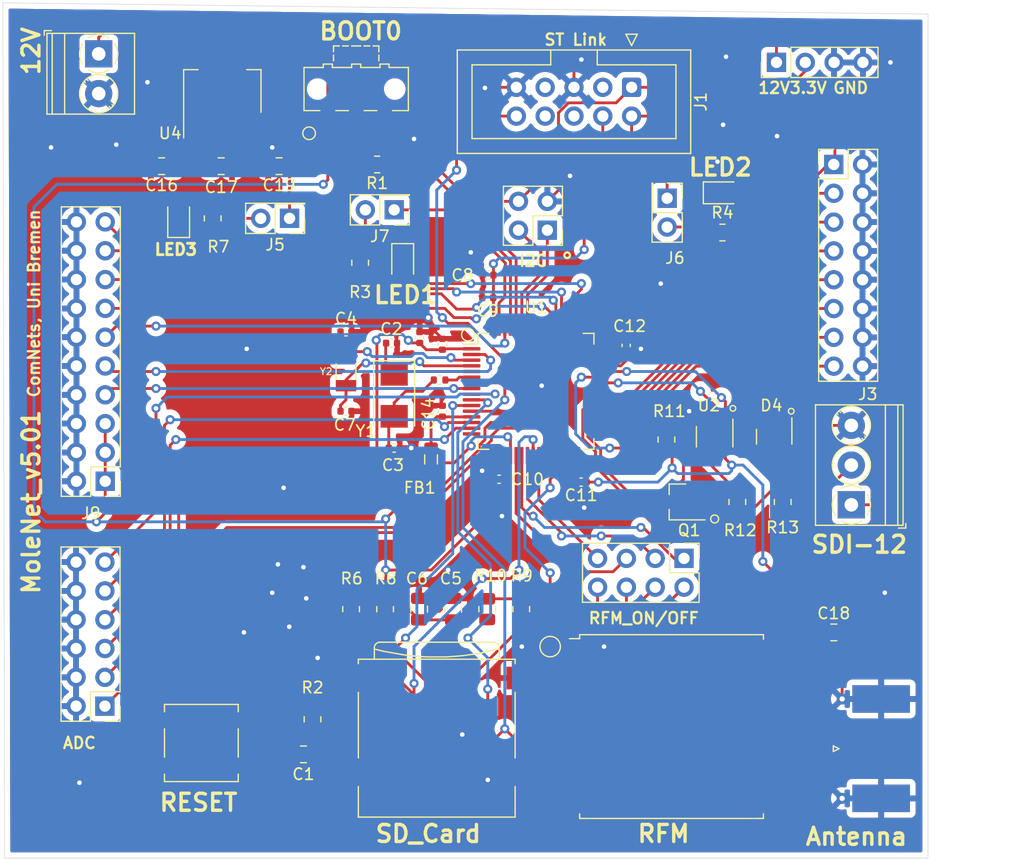
<source format=kicad_pcb>
(kicad_pcb (version 20211014) (generator pcbnew)
  (title_block (date "2022-04-15"))
  (layers (0 "F.Cu" signal) (31 "B.Cu" signal) (34 "B.Paste" user) (35 "F.Paste" user) (36 "B.SilkS" user "B.Silkscreen") (37 "F.SilkS" user "F.Silkscreen") (38 "B.Mask" user) (39 "F.Mask" user) (44 "Edge.Cuts" user))
  (net 0 "")
  (net 1 "GND")
  (net 2 "NRST")
  (net 3 "OSC_IN")
  (net 4 "Net-(C3-Pad1)")
  (net 5 "OSC32_IN")
  (net 6 "+3V3")
  (net 7 "OSC32_OUT")
  (net 8 "+3.3VA")
  (net 9 "+12V")
  (net 10 "Net-(D1-Pad2)")
  (net 11 "Net-(D2-Pad2)")
  (net 12 "Net-(D3-Pad2)")
  (net 14 "SWDIO")
  (net 15 "SWCLK")
  (net 18 "RFM_MISO")
  (net 19 "RFM_MOSI")
  (net 20 "RFM_SCK")
  (net 21 "RFM_CS")
  (net 22 "RFM_MISO_ON")
  (net 23 "RFM_MOSI_ON")
  (net 24 "RFM_SCK_ON")
  (net 25 "RFM_CS_ON")
  (net 26 "SD_CS")
  (net 27 "SD_MOSI")
  (net 28 "SD_SCK")
  (net 29 "SD_MISO")
  (net 30 "I2C1_SCL")
  (net 31 "I2C1_SDA")
  (net 32 "USART1_Rx")
  (net 33 "Net-(Q1-Pad1)")
  (net 34 "BOOT0")
  (net 35 "Net-(R1-Pad2)")
  (net 36 "Net-(R2-Pad2)")
  (net 37 "PB5_LED")
  (net 38 "SWD_LED")
  (net 39 "OSC_OUT")
  (net 40 "Power_Led")
  (net 41 "PC13")
  (net 42 "PC0")
  (net 43 "PC1")
  (net 44 "PA0")
  (net 45 "PA1")
  (net 48 "PA4")
  (net 49 "PB0")
  (net 52 "PB11")
  (net 53 "PB12")
  (net 54 "PB13")
  (net 55 "PB14")
  (net 56 "PB15")
  (net 57 "RFM_TxRx")
  (net 58 "RFM_RxTOut")
  (net 59 "PC8")
  (net 60 "PC9")
  (net 61 "DIR_Out")
  (net 62 "USART1_Tx")
  (net 63 "PA12")
  (net 64 "PC10")
  (net 65 "PC11")
  (net 66 "PC12")
  (net 67 "PD2")
  (net 71 "PB8")
  (net 72 "PB9")
  (net 79 "Net-(D4-Pad3)")
  (net 82 "Net-(J14-Pad1)")
  (net 83 "Net-(J15-Pad2)")
  (footprint "Capacitor_SMD:C_0805_2012Metric" (layer "F.Cu") (at 76.75 136.25)
    (fp_text reference "C1")
    (fp_text value "10pF")
  )
  (footprint "Capacitor_SMD:C_0402_1005Metric" (layer "F.Cu") (at 84.52 100)
    (fp_text reference "C2")
    (fp_text value "20pF")
  )
  (footprint "Capacitor_SMD:C_0402_1005Metric" (layer "F.Cu") (at 84.75 109.25)
    (fp_text reference "C3")
    (fp_text value "20pF")
  )
  (footprint "Capacitor_SMD:C_0402_1005Metric" (layer "F.Cu") (at 80.5 99)
    (fp_text reference "C4")
    (fp_text value "12pF")
  )
  (footprint "Capacitor_SMD:C_0805_2012Metric" (layer "F.Cu") (at 89.95 123.45 90)
    (fp_text reference "C5")
    (fp_text value "4.7uF")
  )
  (footprint "Capacitor_SMD:C_0805_2012Metric" (layer "F.Cu") (at 86.95 123.45 90)
    (fp_text reference "C6")
    (fp_text value "4.7uF")
  )
  (footprint "Capacitor_SMD:C_0402_1005Metric" (layer "F.Cu") (at 80.5 106)
    (fp_text reference "C7")
    (fp_text value "12pF")
  )
  (footprint "Capacitor_SMD:C_0402_1005Metric" (layer "F.Cu") (at 93.02 94 180)
    (fp_text reference "C8")
    (fp_text value "4.7uF")
  )
  (footprint "Capacitor_SMD:C_0402_1005Metric" (layer "F.Cu") (at 93 96 180)
    (fp_text reference "C9")
    (fp_text value "100nF")
  )
  (footprint "Capacitor_SMD:C_0402_1005Metric" (layer "F.Cu") (at 94 112 180)
    (fp_text reference "C10")
    (fp_text value "100nF")
  )
  (footprint "Capacitor_SMD:C_0402_1005Metric" (layer "F.Cu") (at 101.23 112.25 180)
    (fp_text reference "C11")
    (fp_text value "100nF")
  )
  (footprint "Capacitor_SMD:C_0402_1005Metric" (layer "F.Cu") (at 105.2 100.2 -90)
    (fp_text reference "C12")
    (fp_text value "100nF")
  )
  (footprint "Capacitor_SMD:C_0402_1005Metric" (layer "F.Cu") (at 89 100.1 90)
    (fp_text reference "C13")
    (fp_text value "10uF")
  )
  (footprint "Capacitor_SMD:C_0402_1005Metric" (layer "F.Cu") (at 89 106 90)
    (fp_text reference "C14")
    (fp_text value "1uF")
  )
  (footprint "Capacitor_SMD:C_0402_1005Metric" (layer "F.Cu") (at 87 99.5 90)
    (fp_text reference "C15")
    (fp_text value "1uF")
  )
  (footprint "Capacitor_SMD:C_0805_2012Metric" (layer "F.Cu") (at 64.25 84.4 180)
    (fp_text reference "C16")
    (fp_text value "4.7uF")
  )
  (footprint "Capacitor_SMD:C_0805_2012Metric" (layer "F.Cu") (at 69.5 84.4)
    (fp_text reference "C17")
    (fp_text value "1uF")
  )
  (footprint "Capacitor_SMD:C_0805_2012Metric" (layer "F.Cu") (at 123.5 125.5)
    (fp_text reference "C18")
    (fp_text value "4.7uF")
  )
  (footprint "Capacitor_SMD:C_0805_2012Metric" (layer "F.Cu") (at 74.6 84.4 180)
    (fp_text reference "C19")
    (fp_text value "1uF")
  )
  (footprint "LED_SMD:LED_0805_2012Metric" (layer "F.Cu") (at 85.5 92.9125 -90)
    (fp_text reference "D1")
    (fp_text value "LED")
  )
  (footprint "LED_SMD:LED_0805_2012Metric" (layer "F.Cu") (at 113.6875 86.75)
    (fp_text reference "D2")
    (fp_text value "LED")
  )
  (footprint "LED_SMD:LED_0805_2012Metric" (layer "F.Cu") (at 65.75 89 90)
    (fp_text reference "D3")
    (fp_text value "LED")
  )
  (footprint "Package_TO_SOT_SMD:SOT-23" (layer "F.Cu") (at 118.25 108.25 -90)
    (fp_text reference "D4")
    (fp_text value "BZX84Cxx")
  )
  (footprint "Inductor_SMD:L_0805_2012Metric" (layer "F.Cu") (at 88 110.25 -90)
    (fp_text reference "FB1")
    (fp_text value "Ferrite_Bead")
  )
  (footprint "Connector_PinHeader_2.54mm:PinHeader_2x01_P2.54mm_Vertical" (layer "F.Cu") (at 75.525 89 180)
    (fp_text reference "J5")
    (fp_text value "Conn_02x01")
  )
  (footprint "Connector_PinHeader_2.54mm:PinHeader_2x01_P2.54mm_Vertical" (layer "F.Cu") (at 108.8125 87.225 -90)
    (fp_text reference "J6")
    (fp_text value "Conn_02x01")
  )
  (footprint "Connector_PinHeader_2.54mm:PinHeader_2x04_P2.54mm_Vertical" (layer "F.Cu") (at 110.3 118.975 -90)
    (fp_text reference "J8")
    (fp_text value "RFM_Switch")
  )
  (footprint "Connector_PinHeader_2.54mm:PinHeader_2x10_P2.54mm_Vertical" (layer "F.Cu") (at 59.275 112.175 180)
    (fp_text reference "J9")
    (fp_text value "Unused Pin")
  )
  (footprint "Connector_Card:microSD_HC_Wuerth_693072010801" (layer "F.Cu") (at 88.5 133.6725)
    (fp_text reference "J10")
    (fp_text value "Micro_SD_Card")
  )
  (footprint "Connector_PinHeader_2.54mm:PinHeader_2x02_P2.54mm_Vertical" (layer "F.Cu") (at 98.25 90.04 180)
    (fp_text reference "J11")
    (fp_text value "I2C Interface")
  )
  (footprint "Connector_PinHeader_2.54mm:PinHeader_1x04_P2.54mm_Vertical" (layer "F.Cu") (at 118.45 75.25 90)
    (fp_text reference "J12")
    (fp_text value "Power Out")
  )
  (footprint "TerminalBlock_Phoenix:TerminalBlock_Phoenix_PT-1,5-2-3.5-H_1x02_P3.50mm_Horizontal" (layer "F.Cu") (at 58.7 74.5 -90)
    (fp_text reference "J13")
    (fp_text value "Power In")
  )
  (footprint "Package_TO_SOT_SMD:SOT-23_Handsoldering" (layer "F.Cu") (at 109.75 114 180)
    (fp_text reference "Q1")
    (fp_text value "BSS123")
  )
  (footprint "Resistor_SMD:R_0805_2012Metric" (layer "F.Cu") (at 83.25 84.25 180)
    (fp_text reference "R1")
    (fp_text value "10K")
  )
  (footprint "Resistor_SMD:R_0805_2012Metric" (layer "F.Cu") (at 77.55 133.1625 90)
    (fp_text reference "R2")
    (fp_text value "10K")
  )
  (footprint "Resistor_SMD:R_0805_2012Metric" (layer "F.Cu") (at 81.75 92.9125 90)
    (fp_text reference "R3")
    (fp_text value "220")
  )
  (footprint "Resistor_SMD:R_0805_2012Metric" (layer "F.Cu") (at 113.6875 90.25 180)
    (fp_text reference "R4")
    (fp_text value "220")
  )
  (footprint "Resistor_SMD:R_0402_1005Metric" (layer "F.Cu") (at 88.75 103.25)
    (fp_text reference "R5" hide)
    (fp_text value "10K" hide)
  )
  (footprint "Resistor_SMD:R_0805_2012Metric" (layer "F.Cu") (at 80.95 123.45 90)
    (fp_text reference "R6")
    (fp_text value "10K")
  )
  (footprint "Resistor_SMD:R_0805_2012Metric" (layer "F.Cu") (at 68.75 89 -90)
    (fp_text reference "R7")
    (fp_text value "220")
  )
  (footprint "Resistor_SMD:R_0805_2012Metric" (layer "F.Cu") (at 83.95 123.45 90)
    (fp_text reference "R8")
    (fp_text value "10K")
  )
  (footprint "Resistor_SMD:R_0805_2012Metric" (layer "F.Cu") (at 95.95 123.45 90)
    (fp_text reference "R9")
    (fp_text value "10K")
  )
  (footprint "Resistor_SMD:R_0805_2012Metric" (layer "F.Cu") (at 92.95 123.45 90)
    (fp_text reference "R10")
    (fp_text value "10K")
  )
  (footprint "Resistor_SMD:R_0805_2012Metric" (layer "F.Cu") (at 115 114 -90)
    (fp_text reference "R12")
    (fp_text value "220")
  )
  (footprint "Resistor_SMD:R_0805_2012Metric" (layer "F.Cu") (at 119 114 -90)
    (fp_text reference "R13")
    (fp_text value "220")
  )
  (footprint "Button_Switch_SMD:SW_SPDT_CK-JS102011SAQN" (layer "F.Cu") (at 81.4 77.6 180)
    (fp_text reference "SW1")
    (fp_text value "BOOT0")
  )
  (footprint "Button_Switch_SMD:SW_SPST_B3SL-1022P" (layer "F.Cu") (at 67.75 135.25 180)
    (fp_text reference "SW2")
    (fp_text value "RESET")
  )
  (footprint "Package_TO_SOT_SMD:SOT-23-5" (layer "F.Cu") (at 113 108.25 -90)
    (fp_text reference "U2")
    (fp_text value "SN74LVC1G125DBVR")
  )
  (footprint "RF_Module:HOPERF_RFM9XW_SMD" (layer "F.Cu") (at 109.2 133.8)
    (fp_text reference "U3")
    (fp_text value "RFM95W_96W_98W")
  )
  (footprint "Package_TO_SOT_SMD:SOT-223-3_TabPin2" (layer "F.Cu") (at 69.6 77.8 90)
    (fp_text reference "U4")
    (fp_text value "MCP1703")
  )
  (footprint "Crystal:Crystal_SMD_5032-2Pin_5.0x3.2mm" (layer "F.Cu") (at 84.75 104.6 -90)
    (fp_text reference "Y1")
    (fp_text value "8MHz")
  )
  (footprint "Crystal:Crystal_SMD_3215-2Pin_3.2x1.5mm" (layer "F.Cu") (at 80.5 102.5 90)
    (fp_text reference "Y2")
    (fp_text value "32MHz")
  )
  (footprint "Package_QFP:LQFP-64_10x10mm_P0.5mm" (layer "F.Cu") (at 97.25 104.25)
    (fp_text reference "U1")
    (fp_text value "STM32L053R8Tx")
  )
  (footprint "Connector_IDC:IDC-Header_2x05_P2.54mm_Vertical" (layer "F.Cu") (at 105.68 77.4475 -90)
    (fp_text reference "J1")
    (fp_text value "SWD")
  )
  (footprint "Connector_Coaxial:SMA_Molex_73251-1153_EdgeMount_Horizontal" (layer "F.Cu") (at 125.96 135.75 180)
    (fp_text reference "J14")
    (fp_text value "Antenna")
  )
  (footprint "Resistor_SMD:R_0805_2012Metric" (layer "F.Cu") (at 108.75 108.5 90)
    (fp_text reference "R11")
    (fp_text value "220")
  )
  (footprint "Connector_PinHeader_2.54mm:PinHeader_2x06_P2.54mm_Vertical" (layer "F.Cu") (at 59.25 132 180)
    (fp_text reference "J4")
    (fp_text value "Unused Pin")
  )
  (footprint "Connector_PinHeader_2.54mm:PinHeader_2x08_P2.54mm_Vertical" (layer "F.Cu") (at 123.5 84.25)
    (fp_text reference "J3")
    (fp_text value "Unused Pin")
  )
  (footprint "Connector_PinHeader_2.54mm:PinHeader_2x01_P2.54mm_Vertical" (layer "F.Cu") (at 84.75 88.25 180)
    (fp_text reference "J7")
    (fp_text value "Conn_02x01")
  )
  (footprint "TerminalBlock_Phoenix:TerminalBlock_Phoenix_PT-1,5-3-3.5-H_1x03_P3.50mm_Horizontal" (layer "F.Cu") (at 125.05 114.25 90)
    (fp_text reference "J15")
    (fp_text value "SDI-12")
  )
  (gr_circle (center 100 92.25) (end 100.25 92.25) (layer "F.SilkS") (width 0.2) (fill none))
  (gr_circle (center 77.25 81.5) (end 77.5 82) (layer "F.SilkS") (width 0.12) (fill none))
  (gr_circle (center 113 115.5) (end 113.25 115.75) (layer "F.SilkS") (width 0.12) (fill none))
  (gr_circle (center 119.75 106) (end 120 106) (layer "F.SilkS") (width 0.12) (fill none))
  (gr_circle (center 98.5 126.75) (end 99.25 127.25) (layer "F.SilkS") (width 0.12) (fill none))
  (gr_circle (center 91.25 99.25) (end 91.75 99.5) (layer "F.SilkS") (width 0.12) (fill none))
  (gr_circle (center 114.61 105.75) (end 114.61 106) (layer "F.SilkS") (width 0.12) (fill none))
  (gr_poly (pts (xy 131.809747 145.388967) (xy 50.409747 145.388967) (xy 50.250037 70) (xy 131.809747 70.988967)) (layer "Edge.Cuts") (width 0.05) (fill none))
  (gr_text "MoleNet_v5.01" (at 52.75 114 90) (layer "F.SilkS") (effects (font (size 1.5 1.5) (thickness 0.3))))
  (gr_text "LED2" (at 113.5 84.5) (layer "F.SilkS") (effects (font (size 1.5 1.5) (thickness 0.3))))
  (gr_text "Antenna" (at 125.5 143.5) (layer "F.SilkS") (effects (font (size 1.5 1.5) (thickness 0.3))))
  (gr_text "12V" (at 52.75 74.25 90) (layer "F.SilkS") (effects (font (size 1.5 1.5) (thickness 0.3))))
  (gr_text "RESET" (at 67.5 140.5) (layer "F.SilkS") (effects (font (size 1.5 1.5) (thickness 0.3))))
  (gr_text "RFM" (at 108.5 143.25) (layer "F.SilkS") (effects (font (size 1.5 1.5) (thickness 0.3))))
  (gr_text "ComNets, Uni Bremen" (at 53 96.5 90) (layer "F.SilkS") (effects (font (size 1 1) (thickness 0.2))))
  (gr_text "SD_Card" (at 87.75 143.25) (layer "F.SilkS") (effects (font (size 1.5 1.5) (thickness 0.3))))
  (gr_text "LED1" (at 85.75 95.75) (layer "F.SilkS") (effects (font (size 1.5 1.5) (thickness 0.3))))
  (gr_text "SDI-12" (at 125.75 117.75) (layer "F.SilkS") (effects (font (size 1.5 1.5) (thickness 0.3))))
  (gr_text "12V" (at 118.25 77.5) (layer "F.SilkS") (effects (font (size 1 1) (thickness 0.2))))
  (gr_text "RFM_ON/OFF" (at 106.75 124.25) (layer "F.SilkS") (effects (font (size 1 1) (thickness 0.2))))
  (gr_text "ST Link" (at 100.75 73.25) (layer "F.SilkS") (effects (font (size 1 1) (thickness 0.2))))
  (gr_text "I2C" (at 97 92.75) (layer "F.SilkS") (effects (font (size 1 1) (thickness 0.2))))
  (gr_text "3.3V" (at 121.25 77.5) (layer "F.SilkS") (effects (font (size 1 1) (thickness 0.2))))
  (gr_text "BOOT0" (at 81.8 72.5) (layer "F.SilkS") (effects (font (size 1.5 1.5) (thickness 0.3))))
  (gr_text "ADC" (at 57 135.25) (layer "F.SilkS") (effects (font (size 1 1) (thickness 0.2))))
  (gr_text "GND" (at 125 77.5) (layer "F.SilkS") (effects (font (size 1 1) (thickness 0.2))))
  (gr_text "LED3" (at 65.5 91.75) (layer "F.SilkS") (effects (font (size 1 1) (thickness 0.25))))
  (segment (start 92.75 77.5) (end 92.8025 77.4475) (width 0.25) (layer "F.Cu") (net 1))
  (segment (start 92.52 94.02) (end 92.54 94) (width 0.25) (layer "F.Cu") (net 1))
  (segment (start 92.52 96) (end 92.52 94.02) (width 0.25) (layer "F.Cu") (net 1))
  (segment (start 93.6775 137.8225) (end 93 138.5) (width 0.25) (layer "F.Cu") (net 1))
  (segment (start 112.775 86.775) (end 112.75 86.75) (width 0.25) (layer "F.Cu") (net 1))
  (segment (start 69.6 74.65) (end 69.6 80.95) (width 0.25) (layer "F.Cu") (net 1))
  (segment (start 93.5 111.98) (end 93.52 112) (width 0.25) (layer "F.Cu") (net 1))
  (segment (start 81.625 137.8225) (end 79.2725 137.8225) (width 0.25) (layer "F.Cu") (net 1))
  (segment (start 78 127.75) (end 78 119.5) (width 0.25) (layer "F.Cu") (net 1))
  (segment (start 91.575 106) (end 95.75 106) (width 0.25) (layer "F.Cu") (net 1))
  (segment (start 124.45 125.5) (end 124.24 125.71) (width 0.25) (layer "F.Cu") (net 1))
  (segment (start 110.75 106) (end 110.9 106) (width 0.25) (layer "F.Cu") (net 1))
  (segment (start 88.5 118.5) (end 93.52 113.48) (width 0.25) (layer "F.Cu") (net 1))
  (segment (start 91.75 92.25) (end 91.5 92) (width 0.25) (layer "F.Cu") (net 1))
  (segment (start 81.625 129.5225) (end 79.7725 129.5225) (width 0.25) (layer "F.Cu") (net 1))
  (segment (start 92.54 94) (end 92.54 93.04) (width 0.25) (layer "F.Cu") (net 1))
  (segment (start 73.65 83.1) (end 74 82.75) (width 0.25) (layer "F.Cu") (net 1))
  (segment (start 94 111) (end 94 109.925) (width 0.25) (layer "F.Cu") (net 1))
  (segment (start 93.5 111.5) (end 93.5 111.98) (width 0.25) (layer "F.Cu") (net 1))
  (segment (start 111.25 107.95) (end 111.25 113.05) (width 0.25) (layer "F.Cu") (net 1))
  (segment (start 100.25 85.5) (end 100.25 85.25) (width 0.25) (layer "F.Cu") (net 1))
  (segment (start 56.735 91.855) (end 56.735 94.395) (width 0.25) (layer "F.Cu") (net 1))
  (segment (start 126.07 83.73) (end 126.14 83.8) (width 0.25) (layer "F.Cu") (net 1))
  (segment (start 105.2 100.68) (end 106.32 100.68) (width 0.25) (layer "F.Cu") (net 1))
  (segment (start 77.55 134.075) (end 81.625 130) (width 0.25) (layer "F.Cu") (net 1))
  (segment (start 92.54 93.04) (end 91.75 92.25) (width 0.25) (layer "F.Cu") (net 1))
  (segment (start 93.182141 91.567859) (end 91.932141 91.567859) (width 0.25) (layer "F.Cu") (net 1))
  (segment (start 85.55 82) (end 86.25 82) (width 0.25) (layer "F.Cu") (net 1))
  (segment (start 92.8025 77.4475) (end 95.52 77.4475) (width 0.25) (layer "F.Cu") (net 1))
  (segment (start 94.5 93.25) (end 94.55048 93.30048) (width 0.25) (layer "F.Cu") (net 1))
  (segment (start 86.95 122.5) (end 89.95 122.5) (width 0.25) (layer "F.Cu") (net 1))
  (segment (start 100.6 75.65) (end 101.25 75) (width 0.25) (layer "F.Cu") (net 1))
  (segment (start 112.05 107.15) (end 111.25 107.95) (width 0.25) (layer "F.Cu") (net 1))
  (segment (start 79 118.5) (end 88.5 118.5) (width 0.25) (layer "F.Cu") (net 1))
  (segment (start 85.5 91.975) (end 91.475 91.975) (width 0.25) (layer "F.Cu") (net 1))
  (segment (start 101.2 126.8) (end 103.2 126.8) (width 0.25) (layer "F.Cu") (net 1))
  (segment (start 89.95 120.45) (end 89.5 120) (width 0.25) (layer "F.Cu") (net 1))
  (segment (start 83.9 80.35) (end 85.55 82) (width 0.25) (layer "F.Cu") (net 1))
  (segment (start 104.32 100.68) (end 105.2 100.68) (width 0.25) (layer "F.Cu") (net 1))
  (segment (start 95.375 129.5225) (end 95.375 127.375) (width 0.25) (layer "F.Cu") (net 1))
  (segment (start 100.75 111.5) (end 100.75 112.25) (width 0.25) (layer "F.Cu") (net 1))
  (segment (start 98.25 87.5) (end 100.25 85.5) (width 0.25) (layer "F.Cu") (net 1))
  (segment (start 100.5 111.25) (end 100.75 111.5) (width 0.25) (layer "F.Cu") (net 1))
  (segment (start 95.375 137.8225) (end 93.6775 137.8225) (width 0.25) (layer "F.Cu") (net 1))
  (segment (start 91.932141 91.567859) (end 91.5 92) (width 0.25) (layer "F.Cu") (net 1))
  (segment (start 85.23 109.25) (end 86.25 109.25) (width 0.25) (layer "F.Cu") (net 1))
  (segment (start 101.2 140.8) (end 98.3525 140.8) (width 0.25) (layer "F.Cu") (net 1))
  (segment (start 95.75 106) (end 96.75 105) (width 0.25) (layer "F.Cu") (net 1))
  (segment (start 94 111) (end 93.5 111.5) (width 0.25) (layer "F.Cu") (net 1))
  (segment (start 102.925 101) (end 104 101) (width 0.25) (layer "F.Cu") (net 1))
  (segment (start 90.8 134.45) (end 90.75 134.5) (width 0.25) (layer "F.Cu") (net 1))
  (segment (start 95.375 131.546522) (end 92.421522 134.5) (width 0.25) (layer "F.Cu") (net 1))
  (segment (start 69.6 83.55) (end 69.6 80.95) (width 0.25) (layer "F.Cu") (net 1))
  (segment (start 112.75 84.5) (end 113.25 84) (width 0.25) (layer "F.Cu") (net 1))
  (segment (start 56.735 107.095) (end 56.735 109.635) (width 0.25) (layer "F.Cu") (net 1))
  (segment (start 70.45 84.4) (end 73.65 84.4) (width 0.25) (layer "F.Cu") (net 1))
  (segment (start 86.25 82) (end 86.5 82) (width 0.25) (layer "F.Cu") (net 1))
  (segment (start 79.7725 129.5225) (end 78 127.75) (width 0.25) (layer "F.Cu") (net 1))
  (segment (start 92.421522 134.5) (end 90.75 134.5) (width 0.25) (layer "F.Cu") (net 1))
  (segment (start 126.07 75.25) (end 128.5 75.25) (width 0.25) (layer "F.Cu") (net 1))
  (segment (start 81.625 130) (end 81.625 129.5225) (width 0.25) (layer "F.Cu") (net 1))
  (segment (start 94 96.44693) (end 94.5 95.94693) (width 0.25) (layer "F.Cu") (net 1))
  (segment (start 97.75 104) (end 97.75 103.75) (width 0.25) (layer "F.Cu") (net 1))
  (segment (start 98.3525 140.8) (end 95.375 137.8225) (width 0.25) (layer "F.Cu") (net 1))
  (segment (start 87 99.02) (end 88.4 99.02) (width 0.25) (layer "F.Cu") (net 1))
  (segment (start 77.55 134.075) (end 77.55 136.1) (width 0.25) (layer "F.Cu") (net 1))
  (segment (start 94.55048 93.30048) (end 94.55048 94) (width 0.25) (layer "F.Cu") (net 1))
  (segment (start 88.4 99.02) (end 89 99.62) (width 0.25) (layer "F.Cu") (net 1))
  (segment (start 94.55048 93.30048) (end 94.55048 92.936198) (width 0.25) (layer "F.Cu") (net 1))
  (segment (start 94 98.575) (end 94 96.44693) (width 0.25) (layer "F.Cu") (net 1))
  (segment (start 106.32 100.68) (end 106.5 100.5) (width 0.25) (layer "F.Cu") (net 1))
  (segment (start 95.375 127.375) (end 96 126.75) (width 0.25) (layer "F.Cu") (net 1))
  (segment (start 100.6 77.4475) (end 100.6 75.65) (width 0.25) (layer "F.Cu") (net 1))
  (segment (start 56.735 94.395) (end 56.735 96.935) (width 0.25) (layer "F.Cu") (net 1))
  (segment (start 56.735 109.635) (end 56.735 112.175) (width 0.25) (layer "F.Cu") (net 1))
  (segment (start 94.55048 92.936198) (end 93.182141 91.567859) (width 0.25) (layer "F.Cu") (net 1))
  (segment (start 70.45 84.4) (end 69.6 83.55) (width 0.25) (layer "F.Cu") (net 1))
  (segment (start 123.53 75.25) (end 126.07 75.25) (width 0.25) (layer "F.Cu") (net 1))
  (segment (start 79.2725 137.8225) (end 77.7 136.25) (width 0.25) (layer "F.Cu") (net 1))
  (segment (start 56.735 104.555) (end 56.735 107.095) (width 0.25) (layer "F.Cu") (net 1))
  (segment (start 56.735 102.015) (end 56.735 104.555) (width 0.25) (layer "F.Cu") (net 1))
  (segment (start 77.55 136.1) (end 77.7 136.25) (width 0.25) (layer "F.Cu") (net 1))
  (segment (start 89.95 122.5) (end 89.95 120.45) (width 0.25) (layer "F.Cu") (net 1))
  (segment (start 103.2 126.8) (end 103.25 126.75) (width 0.25) (layer "F.Cu") (net 1))
  (segment (start 94.5 95.94693) (end 94.5 94) (width 0.25) (layer "F.Cu") (net 1))
  (segment (start 78 119.5) (end 79 118.5) (width 0.25) (layer "F.Cu") (net 1))
  (segment (start 94.5 94) (end 94.5 93.25) (width 0.25) (layer "F.Cu") (net 1))
  (segment (start 104 101) (end 104.32 100.68) (width 0.25) (layer "F.Cu") (net 1))
  (segment (start 93.52 113.48) (end 93.52 112) (width 0.25) (layer "F.Cu") (net 1))
  (segment (start 96.75 105) (end 97.75 104) (width 0.25) (layer "F.Cu") (net 1))
  (segment (start 100.5 109.925) (end 100.5 111.25) (width 0.25) (layer "F.Cu") (net 1))
  (segment (start 56.735 99.475) (end 56.735 102.015) (width 0.25) (layer "F.Cu") (net 1))
  (segment (start 56.735 96.935) (end 56.735 99.475) (width 0.25) (layer "F.Cu") (net 1))
  (segment (start 56.735 89.315) (end 56.735 91.855) (width 0.25) (layer "F.Cu") (net 1))
  (segment (start 91.475 91.975) (end 91.5 92) (width 0.25) (layer "F.Cu") (net 1))
  (segment (start 90.8 132.1225) (end 90.8 134.45) (width 0.25) (layer "F.Cu") (net 1))
  (segment (start 95.375 129.5225) (end 95.375 131.546522) (width 0.25) (layer "F.Cu") (net 1))
  (segment (start 119.2 107.3125) (end 119.2625 107.25) (width 0.25) (layer "F.Cu") (net 1))
  (segment (start 73.65 84.4) (end 73.65 83.1) (width 0.25) (layer "F.Cu") (net 1))
  (segment (start 124.24 125.71) (end 124.24 131.37) (width 0.25) (layer "F.Cu") (net 1))
  (segment (start 119.2625 107.25) (end 125.05 107.25) (width 0.25) (layer "F.Cu") (net 1))
  (segment (start 110.9 106) (end 112.05 107.15) (width 0.25) (layer "F.Cu") (net 1))
  (segment (start 112.75 86.75) (end 112.75 84.5) (width 0.25) (layer "F.Cu") (net 1))
  (via (at 101.5 114.5) (size 0.8) (drill 0.4) (layers "F.Cu" "B.Cu") (net 1))
  (via (at 71.5 125.5) (size 0.8) (drill 0.4) (layers "F.Cu" "B.Cu") (net 1))
  (via (at 63 77) (size 0.8) (drill 0.4) (layers "F.Cu" "B.Cu") (net 1))
  (via (at 74 82.75) (size 0.8) (drill 0.4) (layers "F.Cu" "B.Cu") (net 1))
  (via (at 77 122.5) (size 0.8) (drill 0.4) (layers "F.Cu" "B.Cu") (net 1))
  (via (at 75.5 125) (size 0.8) (drill 0.4) (layers "F.Cu" "B.Cu") (net 1))
  (via (at 78 127.75) (size 0.8) (drill 0.4) (layers "F.Cu" "B.Cu") (net 1))
  (via (at 54.5 82.75) (size 0.8) (drill 0.4) (layers "F.Cu" "B.Cu") (net 1))
  (via (at 87.75 97.75) (size 0.8) (drill 0.4) (layers "F.Cu" "B.Cu") (net 1))
  (via (at 75 112.75) (size 0.8) (drill 0.4) (layers "F.Cu" "B.Cu") (net 1))
  (via (at 100.25 85.25) (size 0.8) (drill 0.4) (layers "F.Cu" "B.Cu") (net 1))
  (via (at 89.5 120) (size 0.8) (drill 0.4) (layers "F.Cu" "B.Cu") (net 1))
  (via (at 90.75 134.5) (size 0.8) (drill 0.4) (layers "F.Cu" "B.Cu") (net 1))
  (via (at 76.75 119.75) (size 0.8) (drill 0.4) (layers "F.Cu" "B.Cu") (net 1))
  (via (at 60.25 82.5) (size 0.8) (drill 0.4) (layers "F.Cu" "B.Cu") (net 1))
  (via (at 113.75 80.75) (size 0.8) (drill 0.4) (layers "F.Cu" "B.Cu") (net 1))
  (via (at 103.25 126.75) (size 0.8) (drill 0.4) (layers "F.Cu" "B.Cu") (net 1))
  (via (at 128 122) (size 0.8) (drill 0.4) (layers "F.Cu" "B.Cu") (net 1))
  (via (at 106.5 100.5) (size 0.8) (drill 0.4) (layers "F.Cu" "B.Cu") (net 1))
  (via (at 96 126.75) (size 0.8) (drill 0.4) (layers "F.Cu" "B.Cu") (net 1))
  (via (at 71.75 100.5) (size 0.8) (drill 0.4) (layers "F.Cu" "B.Cu") (net 1))
  (via (at 92.75 77.5) (size 0.8) (drill 0.4) (layers "F.Cu" "B.Cu") (net 1))
  (via (at 114 74.75) (size 0.8) (drill 0.4) (layers "F.Cu" "B.Cu") (net 1))
  (via (at 118.5 81.75) (size 0.8) (drill 0.4) (layers "F.Cu" "B.Cu") (net 1))
  (via (at 101.25 75) (size 0.8) (drill 0.4) (layers "F.Cu" "B.Cu") (net 1))
  (via (at 128.5 75.25) (size 0.8) (drill 0.4) (layers "F.Cu" "B.Cu") (net 1))
  (via (at 108.25 94.75) (size 0.8) (drill 0.4) (layers "F.Cu" "B.Cu") (net 1))
  (via (at 74 122) (size 0.8) (drill 0.4) (layers "F.Cu" "B.Cu") (net 1))
  (via (at 92.5 111.25) (size 0.8) (drill 0.4) (layers "F.Cu" "B.Cu") (net 1))
  (via (at 86.5 82) (size 0.8) (drill 0.4) (layers "F.Cu" "B.Cu") (net 1))
  (via (at 113.25 84) (size 0.8) (drill 0.4) (layers "F.Cu" "B.Cu") (net 1))
  (via (at 74.5 119.5) (size 0.8) (drill 0.4) (layers "F.Cu" "B.Cu") (net 1))
  (via (at 91.5 92) (size 0.8) (drill 0.4) (layers "F.Cu" "B.Cu") (net 1))
  (via (at 97.75 103.75) (size 0.8) (drill 0.4) (layers "F.Cu" "B.Cu") (net 1))
  (via (at 94.25 115.25) (size 0.8) (drill 0.4) (layers "F.Cu" "B.Cu") (net 1))
  (via (at 93 138.5) (size 0.8) (drill 0.4) (layers "F.Cu" "B.Cu") (net 1))
  (via (at 110.75 106) (size 0.8) (drill 0.4) (layers "F.Cu" "B.Cu") (net 1))
  (via (at 57 138.75) (size 0.8) (drill 0.4) (layers "F.Cu" "B.Cu") (net 1))
  (via (at 86.25 109.25) (size 0.8) (drill 0.4) (layers "F.Cu" "B.Cu") (net 1))
  (segment (start 56.71 121.84) (end 56.71 124.38) (width 0.25) (layer "B.Cu") (net 1))
  (segment (start 126.04 84.25) (end 126.04 86.79) (width 0.25) (layer "B.Cu") (net 1))
  (segment (start 56.71 119.3) (end 56.71 121.84) (width 0.25) (layer "B.Cu") (net 1))
  (segment (start 96 126.75) (end 103.25 126.75) (width 0.25) (layer "B.Cu") (net 1))
  (segment (start 126.04 89.33) (end 126.04 91.87) (width 0.25) (layer "B.Cu") (net 1))
  (segment (start 126.04 106.26) (end 125.05 107.25) (width 0.25) (layer "B.Cu") (net 1))
  (segment (start 56.71 124.38) (end 56.71 126.92) (width 0.25) (layer "B.Cu") (net 1))
  (segment (start 56.71 126.92) (end 56.71 129.46) (width 0.25) (layer "B.Cu") (net 1))
  (segment (start 126.04 86.79) (end 126.04 89.33) (width 0.25) (layer "B.Cu") (net 1))
  (segment (start 56.71 129.46) (end 56.71 132) (width 0.25) (layer "B.Cu") (net 1))
  (segment (start 94.5 101.5) (end 94.5 103.25) (width 0.25) (layer "F.Cu") (net 2))
  (segment (start 93 103.5) (end 92.5 103.5) (width 0.25) (layer "F.Cu") (net 2))
  (segment (start 72.75 143) (end 85.5 143) (width 0.25) (layer "F.Cu") (net 2))
  (segment (start 92.7625 79.9875) (end 90.25 82.5) (width 0.25) (layer "F.Cu") (net 2))
  (segment (start 89 97.75) (end 89.5 98.25) (width 0.25) (layer "F.Cu") (net 2))
  (segment (start 95.52 79.9875) (end 92.7625 79.9875) (width 0.25) (layer "F.Cu") (net 2))
  (segment (start 70.63 140.88) (end 72.75 143) (width 0.25) (layer "F.Cu") (net 2))
  (segment (start 94.5 134) (end 97.3 136.8) (width 0.25) (layer "F.Cu") (net 2))
  (segment (start 74.8 137.25) (end 75.8 136.25) (width 0.25) (layer "F.Cu") (net 2))
  (segment (start 64.87 137.25) (end 70.63 137.25) (width 0.25) (layer "F.Cu") (net 2))
  (segment (start 94.5 103.75) (end 94.5 105) (width 0.25) (layer "F.Cu") (net 2))
  (segment (start 89.5 98.25) (end 91.25 98.25) (width 0.25) (layer "F.Cu") (net 2))
  (segment (start 93 103.5) (end 94.25 103.5) (width 0.25) (layer "F.Cu") (net 2))
  (segment (start 94.5 103.25) (end 94.25 103.5) (width 0.25) (layer "F.Cu") (net 2))
  (segment (start 70.63 137.25) (end 74.8 137.25) (width 0.25) (layer "F.Cu") (net 2))
  (segment (start 94.25 103.5) (end 94.5 103.75) (width 0.25) (layer "F.Cu") (net 2))
  (segment (start 91.25 98.25) (end 94.5 101.5) (width 0.25) (layer "F.Cu") (net 2))
  (segment (start 92.5 103.5) (end 91.575 103.5) (width 0.25) (layer "F.Cu") (net 2))
  (segment (start 90.25 82.5) (end 90.25 84.75) (width 0.25) (layer "F.Cu") (net 2))
  (segment (start 70.63 137.25) (end 70.63 140.88) (width 0.25) (layer "F.Cu") (net 2))
  (segment (start 97.3 136.8) (end 101.2 136.8) (width 0.25) (layer "F.Cu") (net 2))
  (segment (start 85.5 143) (end 94.5 134) (width 0.25) (layer "F.Cu") (net 2))
  (via (at 94.5 105) (size 0.8) (drill 0.4) (layers "F.Cu" "B.Cu") (net 2))
  (via (at 94.5 134) (size 0.8) (drill 0.4) (layers "F.Cu" "B.Cu") (net 2))
  (via (at 90.25 84.75) (size 0.8) (drill 0.4) (layers "F.Cu" "B.Cu") (net 2))
  (via (at 89 97.75) (size 0.8) (drill 0.4) (layers "F.Cu" "B.Cu") (net 2))
  (segment (start 88.5 97.25) (end 88.5 86.5) (width 0.25) (layer "B.Cu") (net 2))
  (segment (start 89 97.75) (end 88.5 97.25) (width 0.25) (layer "B.Cu") (net 2))
  (segment (start 90.80854 116.25) (end 94.5 119.94146) (width 0.25) (layer "B.Cu") (net 2))
  (segment (start 94.5 105) (end 90.80854 108.69146) (width 0.25) (layer "B.Cu") (net 2))
  (segment (start 90.80854 108.69146) (end 90.80854 116.25) (width 0.25) (layer "B.Cu") (net 2))
  (segment (start 94.5 119.94146) (end 94.5 134) (width 0.25) (layer "B.Cu") (net 2))
  (segment (start 88.5 86.5) (end 90.25 84.75) (width 0.25) (layer "B.Cu") (net 2))
  (segment (start 84.75 102.75) (end 85.14452 102.35548) (width 0.25) (layer "F.Cu") (net 3))
  (segment (start 91.575 102.5) (end 85 102.5) (width 0.25) (layer "F.Cu") (net 3))
  (segment (start 84 102) (end 84 100.04) (width 0.25) (layer "F.Cu") (net 3))
  (segment (start 84.92 102.73) (end 84.9 102.75) (width 0.25) (layer "F.Cu") (net 3))
  (segment (start 85 102.5) (end 84.75 102.75) (width 0.25) (layer "F.Cu") (net 3))
  (segment (start 84.75 102.75) (end 84 102) (width 0.25) (layer "F.Cu") (net 3))
  (segment (start 84 100.04) (end 84.04 100) (width 0.25) (layer "F.Cu") (net 3))
  (segment (start 87.24 104.25) (end 85.75 104.25) (width 0.25) (layer "F.Cu") (net 4))
  (segment (start 84.75 105.25) (end 84.75 106.45) (width 0.25) (layer "F.Cu") (net 4))
  (segment (start 88.24 103.25) (end 87.24 104.25) (width 0.25) (layer "F.Cu") (net 4))
  (segment (start 84.27 106.93) (end 84.27 109.25) (width 0.25) (layer "F.Cu") (net 4))
  (segment (start 84.75 106.45) (end 84.27 106.93) (width 0.25) (layer "F.Cu") (net 4))
  (segment (start 85.75 104.25) (end 84.75 105.25) (width 0.25) (layer "F.Cu") (net 4))
  (segment (start 81 100.75) (end 80.5 101.25) (width 0.25) (layer "F.Cu") (net 5))
  (segment (start 89.75 101.2755) (end 89.9745 101.5) (width 0.25) (layer "F.Cu") (net 5))
  (segment (start 80 100.25) (end 80 99.02) (width 0.25) (layer "F.Cu") (net 5))
  (segment (start 80.5 100.75) (end 80 100.25) (width 0.25) (layer "F.Cu") (net 5))
  (segment (start 89.9745 101.5) (end 91.575 101.5) (width 0.25) (layer "F.Cu") (net 5))
  (segment (start 82.372657 100.75) (end 81 100.75) (width 0.25) (layer "F.Cu") (net 5))
  (segment (start 80.5 101.25) (end 80.5 100.75) (width 0.25) (layer "F.Cu") (net 5))
  (segment (start 80 99.02) (end 80.02 99) (width 0.25) (layer "F.Cu") (net 5))
  (via (at 89.75 101.2755) (size 0.8) (drill 0.4) (layers "F.Cu" "B.Cu") (net 5))
  (via (at 82.372657 100.75) (size 0.8) (drill 0.4) (layers "F.Cu" "B.Cu") (net 5))
  (segment (start 87.300103 100.906469) (end 86.524991 100.906469) (width 0.25) (layer "B.Cu") (net 5))
  (segment (start 87.669134 101.2755) (end 87.300103 100.906469) (width 0.25) (layer "B.Cu") (net 5))
  (segment (start 86.524991 100.906469) (end 86.25 101.18146) (width 0.25) (layer "B.Cu") (net 5))
  (segment (start 82.804117 101.18146) (end 82.372657 100.75) (width 0.25) (layer "B.Cu") (net 5))
  (segment (start 89.75 101.2755) (end 87.669134 101.2755) (width 0.25) (layer "B.Cu") (net 5))
  (segment (start 86.25 101.18146) (end 82.804117 101.18146) (width 0.25) (layer "B.Cu") (net 5))
  (segment (start 89.95 124.4) (end 89.95 129.3) (width 0.25) (layer "F.Cu") (net 6))
  (segment (start 77.25 80.35) (end 75.55 82.05) (width 0.25) (layer "F.Cu") (net 6))
  (segment (start 104.28 99.72) (end 105.2 99.72) (width 0.25) (layer "F.Cu") (net 6))
  (segment (start 83.95 122.5375) (end 85.0875 122.5375) (width 0.25) (layer "F.Cu") (net 6))
  (segment (start 113.95 109.35) (end 113.95 110.2) (width 0.25) (layer "F.Cu") (net 6))
  (segment (start 101 111) (end 101.71 111.71) (width 0.25) (layer "F.Cu") (net 6))
  (segment (start 89.95 124.4) (end 91.0875 124.4) (width 0.25) (layer "F.Cu") (net 6))
  (segment (start 93.5 94) (end 93.5 95.98) (width 0.25) (layer "F.Cu") (net 6))
  (segment (start 93.5 96.02) (end 93.48 96) (width 0.25) (layer "F.Cu") (net 6))
  (segment (start 99.234511 79.691979) (end 99.234511 83.975489) (width 0.25) (layer "F.Cu") (net 6))
  (segment (start 119.5525 77.4475) (end 105.68 77.4475) (width 0.25) (layer "F.Cu") (net 6))
  (segment (start 93.5 94) (end 93.5 93) (width 0.25) (layer "F.Cu") (net 6))
  (segment (start 58.5 115.75) (end 59.275 114.975) (width 0.25) (layer "F.Cu") (net 6))
  (segment (start 83.95 122.5375) (end 80.95 122.5375) (width 0.25) (layer "F.Cu") (net 6))
  (segment (start 75.525 84.425) (end 75.525 89) (width 0.25) (layer "F.Cu") (net 6))
  (segment (start 100.725489 83.975489) (end 101.5 84.75) (width 0.25) (layer "F.Cu") (net 6))
  (segment (start 91.0875 124.4) (end 92.95 122.5375) (width 0.25) (layer "F.Cu") (net 6))
  (segment (start 78.9 85.6) (end 78.5 86) (width 0.25) (layer "F.Cu") (net 6))
  (segment (start 92.95 122.5375) (end 95.95 122.5375) (width 0.25) (layer "F.Cu") (net 6))
  (segment (start 94.48 113.544614) (end 88.024614 120) (width 0.25) (layer "F.Cu") (net 6))
  (segment (start 78.9 80.35) (end 78.9 85.6) (width 0.25) (layer "F.Cu") (net 6))
  (segment (start 128.5 106.406963) (end 125.906963 109) (width 0.25) (layer "F.Cu") (net 6))
  (segment (start 117.903448 108.12548) (end 116.678928 109.35) (width 0.25) (layer "F.Cu") (net 6))
  (segment (start 75.55 82.05) (end 75.55 84.4) (width 0.25) (layer "F.Cu") (net 6))
  (segment (start 86.95 124.4) (end 89.95 124.4) (width 0.25) (layer "F.Cu") (net 6))
  (segment (start 74.45 80.95) (end 75.55 82.05) (width 0.25) (layer "F.Cu") (net 6))
  (segment (start 88.024614 120) (end 84 120) (width 0.25) (layer "F.Cu") (net 6))
  (segment (start 109.25 109.9125) (end 108.75 109.4125) (width 0.25) (layer "F.Cu") (net 6))
  (segment (start 119.471072 109) (end 118.596552 108.12548) (width 0.25) (layer "F.Cu") (net 6))
  (segment (start 119.625 77.375) (end 123.6 81.35) (width 0.25) (layer "F.Cu") (net 6))
  (segment (start 128.5 80.75) (end 128.5 106.406963) (width 0.25) (layer "F.Cu") (net 6))
  (segment (start 123.6 81.35) (end 123.6 83.8) (width 0.25) (layer "F.Cu") (net 6))
  (segment (start 120.99 75.99) (end 121 76) (width 0.25) (layer "F.Cu") (net 6))
  (segment (start 79 73.5) (end 86.5 73.5) (width 0.25) (layer "F.Cu") (net 6))
  (segment (start 123.6 81.15) (end 125 79.75) (width 0.25) (layer "F.Cu") (net 6))
  (segment (start 83.95 122.5375) (end 84 122.4875) (width 0.25) (layer "F.Cu") (net 6))
  (segment (start 71.9 80.95) (end 74.45 80.95) (width 0.25) (layer "F.Cu") (net 6))
  (segment (start 84 122.4875) (end 84 120) (width 0.25) (layer "F.Cu") (net 6))
  (segment (start 103.5 100.5) (end 104.28 99.72) (width 0.25) (layer "F.Cu") (net 6))
  (segment (start 102.75 112.25) (end 101.71 112.25) (width 0.25) (layer "F.Cu") (net 6))
  (segment (start 78.9 80.35) (end 77.25 80.35) (width 0.25) (layer "F.Cu") (net 6))
  (segment (start 109.25 111) (end 109.25 109.9125) (width 0.25) (layer "F.Cu") (net 6))
  (segment (start 102.925 100.5) (end 103.5 100.5) (width 0.25) (layer "F.Cu") (net 6))
  (segment (start 94.5 109.925) (end 94.5 111.98) (width 0.25) (layer "F.Cu") (net 6))
  (segment (start 107.516678 99.72) (end 105.2 99.72) (width 0.25) (layer "F.Cu") (net 6))
  (segment (start 127.5 79.75) (end 128.5 80.75) (width 0.25) (layer "F.Cu") (net 6))
  (segment (start 113.95 110.2) (end 114.25 110.5) (width 0.25) (layer "F.Cu") (net 6))
  (segment (start 88.6 130.65) (end 88.6 132.1225) (width 0.25) (layer "F.Cu") (net 6))
  (segment (start 105.68 77.4475) (end 104.314511 78.812989) (width 0.25) (layer "F.Cu") (net 6))
  (segment (start 101 109.925) (end 101 111) (width 0.25) (layer "F.Cu") (net 6))
  (segment (start 75.55 84.4) (end 75.525 84.425) (width 0.25) (layer "F.Cu") (net 6))
  (segment (start 85.0875 122.5375) (end 86.95 124.4) (width 0.25) (layer "F.Cu") (net 6))
  (segment (start 125 79.75) (end 127.5 79.75) (width 0.25) (layer "F.Cu") (net 6))
  (segment (start 120.99 75.25) (end 120.99 75.99) (width 0.25) (layer "F.Cu") (net 6))
  (segment (start 122.986678 84.25) (end 107.516678 99.72) (width 0.25) (layer "F.Cu") (net 6))
  (segment (start 114.25 110.5) (end 114.5 110.75) (width 0.25) (layer "F.Cu") (net 6))
  (segment (start 93.5 98.575) (end 93.5 96.02) (width 0.25) (layer "F.Cu") (net 6))
  (segment (start 123.5 84.25) (end 122.986678 84.25) (width 0.25) (layer "F.Cu") (net 6))
  (segment (start 88.25 75.25) (end 88.25 84.25) (width 0.25) (layer "F.Cu") (net 6))
  (segment (start 116.678928 109.35) (end 113.95 109.35) (width 0.25) (layer "F.Cu") (net 6))
  (segment (start 91.5 87.5) (end 95.71 87.5) (width 0.25) (layer "F.Cu") (net 6))
  (segment (start 104.314511 78.812989) (end 100.113501 78.812989) (width 0.25) (layer "F.Cu") (net 6))
  (segment (start 121 76) (end 119.625 77.375) (width 0.25) (layer "F.Cu") (net 6))
  (segment (start 95.71 87.5) (end 99.234511 83.975489) (width 0.25) (layer "F.Cu") (net 6))
  (segment (start 117.25 119.25) (end 122.55 124.55) (width 0.25) (layer "F.Cu") (net 6))
  (segment (start 100.113501 78.812989) (end 99.234511 79.691979) (width 0.25) (layer "F.Cu") (net 6))
  (segment (start 101.71 111.71) (end 101.71 112.25) (width 0.25) (layer "F.Cu") (net 6))
  (segment (start 117.2 132.8) (end 119.45 132.8) (width 0.25) (layer "F.Cu") (net 6))
  (segment (start 59.275 107.095) (end 59.275 109.635) (width 0.25) (layer "F.Cu") (net 6))
  (segment (start 99.234511 83.975489) (end 100.725489 83.975489) (width 0.25) (layer "F.Cu") (net 6))
  (segment (start 59.275 114.975) (end 59.275 112.175) (width 0.25) (layer "F.Cu") (net 6))
  (segment (start 118.596552 108.12548) (end 117.903448 108.12548) (width 0.25) (layer "F.Cu") (net 6))
  (segment (start 119.45 132.8) (end 122.55 129.7) (width 0.25) (layer "F.Cu") (net 6))
  (segment (start 59.275 112.175) (end 59.275 109.635) (width 0.25) (layer "F.Cu") (net 6))
  (segment (start 122.55 124.55) (end 122.55 125.5) (width 0.25) (layer "F.Cu") (net 6))
  (segment (start 88 111.5) (end 84 115.5) (width 0.25) (layer "F.Cu") (net 6))
  (segment (start 89.95 129.3) (end 88.6 130.65) (width 0.25) (layer "F.Cu") (net 6))
  (segment (start 122.55 129.7) (end 122.55 125.5) (width 0.25) (layer "F.Cu") (net 6))
  (segment (start 78.9 73.6) (end 79 73.5) (width 0.25) (layer "F.Cu") (net 6))
  (segment (start 94.48 113.544614) (end 94.48 112) (width 0.25) (layer "F.Cu") (net 6))
  (segment (start 123.6 81.35) (end 123.6 81.15) (width 0.25) (layer "F.Cu") (net 6))
  (segment (start 119.625 77.375) (end 119.5525 77.4475) (width 0.25) (layer "F.Cu") (net 6))
  (segment (start 88.25 84.25) (end 91.5 87.5) (width 0.25) (layer "F.Cu") (net 6))
  (segment (start 125.906963 109) (end 119.471072 109) (width 0.25) (layer "F.Cu") (net 6))
  (segment (start 78.9 80.35) (end 78.9 73.6) (width 0.25) (layer "F.Cu") (net 6))
  (segment (start 86.5 73.5) (end 88.25 75.25) (width 0.25) (layer "F.Cu") (net 6))
  (segment (start 101.5 91.75) (end 101.5 84.75) (width 0.25) (layer "F.Cu") (net 6))
  (segment (start 88 111.3125) (end 88 111.5) (width 0.25) (layer "F.Cu") (net 6))
  (segment (start 94.5 111.98) (end 94.48 112) (width 0.25) (layer "F.Cu") (net 6))
  (segment (start 93.5 95.98) (end 93.48 96) (width 0.25) (layer "F.Cu") (net 6))
  (via (at 109.25 111) (size 0.8) (drill 0.4) (layers "F.Cu" "B.Cu") (net 6))
  (via (at 93.5 93) (size 0.8) (drill 0.4) (layers "F.Cu" "B.Cu") (net 6))
  (via (at 84 120) (size 0.8) (drill 0.4) (layers "F.Cu" "B.Cu") (net 6))
  (via (at 84 115.5) (size 0.8) (drill 0.4) (layers "F.Cu" "B.Cu") (net 6))
  (via (at 78.5 86) (size 0.8) (drill 0.4) (layers "F.Cu" "B.Cu") (net 6))
  (via (at 58.5 115.75) (size 0.8) (drill 0.4) (layers "F.Cu" "B.Cu") (net 6))
  (via (at 117.25 119.25) (size 0.8) (drill 0.4) (layers "F.Cu" "B.Cu") (net 6))
  (via (at 114.5 110.75) (size 0.8) (drill 0.4) (layers "F.Cu" "B.Cu") (net 6))
  (via (at 102.75 112.25) (size 0.8) (drill 0.4) (layers "F.Cu" "B.Cu") (net 6))
  (via (at 101.5 91.75) (size 0.8) (drill 0.4) (layers "F.Cu" "B.Cu") (net 6))
  (segment (start 58.25 115.75) (end 58.5 115.75) (width 0.25) (layer "B.Cu") (net 6))
  (segment (start 53 113) (end 53 114.75) (width 0.25) (layer "B.Cu") (net 6))
  (segment (start 54 115.75) (end 58.25 115.75) (width 0.25) (layer "B.Cu") (net 6))
  (segment (start 53 111.75) (end 53 113) (width 0.25) (layer "B.Cu") (net 6))
  (segment (start 78.5 86) (end 55 86) (width 0.25) (layer "B.Cu") (net 6))
  (segment (start 114.25 111.5) (end 114 111.5) (width 0.25) (layer "B.Cu") (net 6))
  (segment (start 114 111.5) (end 109.75 111.5) (width 0.25) (layer "B.Cu") (net 6))
  (segment (start 114.5 110.75) (end 114.5 111.25) (width 0.25) (layer "B.Cu") (net 6))
  (segment (start 117.25 119) (end 117.25 119.25) (width 0.25) (layer "B.Cu") (net 6))
  (segment (start 94 92.5) (end 100.75 92.5) (width 0.25) (layer "B.Cu") (net 6))
  (segment (start 100.75 92.5) (end 101.5 91.75) (width 0.25) (layer "B.Cu") (net 6))
  (segment (start 108 112.25) (end 103 112.25) (width 0.25) (layer "B.Cu") (net 6))
  (segment (start 58.5 115.75) (end 83.75 115.75) (width 0.25) (layer "B.Cu") (net 6))
  (segment (start 115.5 110.75) (end 117.25 112.5) (width 0.25) (layer "B.Cu") (net 6))
  (segment (start 55 86) (end 53 88) (width 0.25) (layer "B.Cu") (net 6))
  (segment (start 103 112.25) (end 102.75 112.25) (width 0.25) (layer "B.Cu") (net 6))
  (segment (start 53 114.75) (end 54 115.75) (width 0.25) (layer "B.Cu") (net 6))
  (segment (start 117.25 112.5) (end 117.25 116.75) (width 0.25) (layer "B.Cu") (net 6))
  (segment (start 93.5 93) (end 94 92.5) (width 0.25) (layer "B.Cu") (net 6))
  (segment (start 114.5 110.75) (end 115.5 110.75) (width 0.25) (layer "B.Cu") (net 6))
  (segment (start 117.25 116.75) (end 117.25 119) (width 0.25) (layer "B.Cu") (net 6))
  (segment (start 53 88) (end 53 111.75) (width 0.25) (layer "B.Cu") (net 6))
  (segment (start 84 120) (end 84 115.5) (width 0.25) (layer "B.Cu") (net 6))
  (segment (start 83.75 115.75) (end 84 115.5) (width 0.25) (layer "B.Cu") (net 6))
  (segment (start 109.75 111.5) (end 109.25 111) (width 0.25) (layer "B.Cu") (net 6))
  (segment (start 109.25 111) (end 108 112.25) (width 0.25) (layer "B.Cu") (net 6))
  (segment (start 114.5 111.25) (end 114.25 111.5) (width 0.25) (layer "B.Cu") (net 6))
  (segment (start 91.575 102) (end 87.36902 102) (width 0.25) (layer "F.Cu") (net 7))
  (segment (start 81.9745 101.7755) (end 82.25 101.7755) (width 0.25) (layer "F.Cu") (net 7))
  (segment (start 80.5 103.25) (end 81.9745 101.7755) (width 0.25) (layer "F.Cu") (net 7))
  (segment (start 80.5 103.75) (end 80.5 105) (width 0.25) (layer "F.Cu") (net 7))
  (segment (start 80.02 105.48) (end 80.02 106) (width 0.25) (layer "F.Cu") (net 7))
  (segment (start 80.5 105) (end 80.02 105.48) (width 0.25) (layer "F.Cu") (net 7))
  (segment (start 80.5 103.75) (end 80.5 103.25) (width 0.25) (layer "F.Cu") (net 7))
  (segment (start 87.36902 102) (end 87 101.63098) (width 0.25) (layer "F.Cu") (net 7))
  (via (at 87 101.63098) (size 0.8) (drill 0.4) (layers "F.Cu" "B.Cu") (net 7))
  (via (at 82.25 101.75) (size 0.8) (drill 0.4) (layers "F.Cu" "B.Cu") (net 7))
  (segment (start 86.36902 101.63098) (end 86.2245 101.7755) (width 0.25) (layer "B.Cu") (net 7))
  (segment (start 87 101.63098) (end 86.36902 101.63098) (width 0.25) (layer "B.Cu") (net 7))
  (segment (start 86.2245 101.7755) (end 82.25 101.7755) (width 0.25) (layer "B.Cu") (net 7))
  (segment (start 86.23 99.98) (end 86 99.75) (width 0.25) (layer "F.Cu") (net 8))
  (segment (start 89 100.58) (end 87.58 100.58) (width 0.25) (layer "F.Cu") (net 8))
  (segment (start 91.575 106.5) (end 89.02 106.5) (width 0.25) (layer "F.Cu") (net 8))
  (segment (start 91.575 100.5) (end 89.08 100.5) (width 0.25) (layer "F.Cu") (net 8))
  (segment (start 83.225489 109.172419) (end 84.05307 110) (width 0.25) (layer "F.Cu") (net 8))
  (segment (start 84.05307 110) (end 87.1875 110) (width 0.25) (layer "F.Cu") (net 8))
  (segment (start 89 106.48) (end 88.52 106.48) (width 0.25) (layer "F.Cu") (net 8))
  (segment (start 83.166038 99.739666) (end 83.225489 99.799117) (width 0.25) (layer "F.Cu") (net 8))
  (segment (start 88 107) (end 88 109.1875) (width 0.25) (layer "F.Cu") (net 8))
  (segment (start 87.1875 110) (end 88 109.1875) (width 0.25) (layer "F.Cu") (net 8))
  (segment (start 87.58 100.58) (end 87 100) (width 0.25) (layer "F.Cu") (net 8))
  (segment (start 83.225489 99.799117) (end 83.225489 109.172419) (width 0.25) (layer "F.Cu") (net 8))
  (segment (start 87 100) (end 87 99.98) (width 0.25) (layer "F.Cu") (net 8))
  (segment (start 87 99.98) (end 86.23 99.98) (width 0.25) (layer "F.Cu") (net 8))
  (segment (start 89.02 106.5) (end 89 106.48) (width 0.25) (layer "F.Cu") (net 8))
  (segment (start 89.08 100.5) (end 89 100.58) (width 0.25) (layer "F.Cu") (net 8))
  (segment (start 88.52 106.48) (end 88 107) (width 0.25) (layer "F.Cu") (net 8))
  (via (at 83.166038 99.739666) (size 0.8) (drill 0.4) (layers "F.Cu" "B.Cu") (net 8))
  (via (at 86 99.75) (size 0.8) (drill 0.4) (layers "F.Cu" "B.Cu") (net 8))
  (segment (start 85.5 99.25) (end 83.5 99.25) (width 0.25) (layer "B.Cu") (net 8))
  (segment (start 86 99.75) (end 85.5 99.25) (width 0.25) (layer "B.Cu") (net 8))
  (segment (start 83.5 99.25) (end 83.166038 99.583962) (width 0.25) (layer "B.Cu") (net 8))
  (segment (start 83.166038 99.583962) (end 83.166038 99.739666) (width 0.25) (layer "B.Cu") (net 8))
  (segment (start 129.5 72) (end 130.25 72.75) (width 0.25) (layer "F.Cu") (net 9))
  (segment (start 58.7 74.5) (end 58.7 73.05) (width 0.25) (layer "F.Cu") (net 9))
  (segment (start 65.45 80.95) (end 65.2 81.2) (width 0.25) (layer "F.Cu") (net 9))
  (segment (start 59.25 72.5) (end 65.25 72.5) (width 0.25) (layer "F.Cu") (net 9))
  (segment (start 65.2 81.2) (end 65.2 84.4) (width 0.25) (layer "F.Cu") (net 9))
  (segment (start 65.45 80.95) (end 65.25 80.75) (width 0.25) (layer "F.Cu") (net 9))
  (segment (start 65.25 72.5) (end 65.75 72) (width 0.25) (layer "F.Cu") (net 9))
  (segment (start 130.25 72.75) (end 130.25 112) (width 0.25) (layer "F.Cu") (net 9))
  (segment (start 67.3 80.95) (end 65.45 80.95) (width 0.25) (layer "F.Cu") (net 9))
  (segment (start 130.25 112) (end 128 114.25) (width 0.25) (layer "F.Cu") (net 9))
  (segment (start 118.45 73.7) (end 120.15 72) (width 0.25) (layer "F.Cu") (net 9))
  (segment (start 65.2 84.4) (end 68.55 84.4) (width 0.25) (layer "F.Cu") (net 9))
  (segment (start 118.45 73.7) (end 118.45 75.25) (width 0.25) (layer "F.Cu") (net 9))
  (segment (start 128 114.25) (end 125.05 114.25) (width 0.25) (layer "F.Cu") (net 9))
  (segment (start 58.7 73.05) (end 59.25 72.5) (width 0.25) (layer "F.Cu") (net 9))
  (segment (start 116.75 72) (end 118.45 73.7) (width 0.25) (layer "F.Cu") (net 9))
  (segment (start 120.15 72) (end 129.5 72) (width 0.25) (layer "F.Cu") (net 9))
  (segment (start 65.25 80.75) (end 65.25 72.5) (width 0.25) (layer "F.Cu") (net 9))
  (segment (start 65.75 72) (end 116.75 72) (width 0.25) (layer "F.Cu") (net 9))
  (segment (start 81.75 93.825) (end 85.475 93.825) (width 0.25) (layer "F.Cu") (net 10))
  (segment (start 85.475 93.825) (end 85.5 93.85) (width 0.25) (layer "F.Cu") (net 10))
  (segment (start 114.6 90.25) (end 114.6 86.775) (width 0.25) (layer "F.Cu") (net 11))
  (segment (start 114.6 86.775) (end 114.625 86.75) (width 0.25) (layer "F.Cu") (net 11))
  (segment (start 68.75 88.0875) (end 65.775 88.0875) (width 0.25) (layer "F.Cu") (net 12))
  (segment (start 65.775 88.0875) (end 65.75 88.0625) (width 0.25) (layer "F.Cu") (net 12))
  (segment (start 108.8125 81.0625) (end 108.8125 87.225) (width 0.25) (layer "F.Cu") (net 14))
  (segment (start 102 101.5) (end 102.925 101.5) (width 0.25) (layer "F.Cu") (net 14))
  (segment (start 105.68 79.9875) (end 105.68 96.404994) (width 0.25) (layer "F.Cu") (net 14))
  (segment (start 101.82548 100.259514) (end 101.82548 101.32548) (width 0.25) (layer "F.Cu") (net 14))
  (segment (start 105.68 96.404994) (end 101.82548 100.259514) (width 0.25) (layer "F.Cu") (net 14))
  (segment (start 107.7375 79.9875) (end 108.8125 81.0625) (width 0.25) (layer "F.Cu") (net 14))
  (segment (start 105.68 79.9875) (end 107.7375 79.9875) (width 0.25) (layer "F.Cu") (net 14))
  (segment (start 101.82548 101.32548) (end 102 101.5) (width 0.25) (layer "F.Cu") (net 14))
  (segment (start 103.14 94.86) (end 101 97) (width 0.25) (layer "F.Cu") (net 15))
  (segment (start 101 97) (end 101 98.575) (width 0.25) (layer "F.Cu") (net 15))
  (segment (start 103.14 79.9875) (end 103.14 94.86) (width 0.25) (layer "F.Cu") (net 15))
  (segment (start 106.5 116.25) (end 106.69601 116.25) (width 0.25) (layer "F.Cu") (net 18))
  (segment (start 96 114.5) (end 96.75 115.25) (width 0.25) (layer "F.Cu") (net 18))
  (segment (start 96 109.925) (end 96 114.5) (width 0.25) (layer "F.Cu") (net 18))
  (segment (start 109.42101 118.975) (end 110.3 118.975) (width 0.25) (layer "F.Cu") (net 18))
  (segment (start 106.69601 116.25) (end 109.42101 118.975) (width 0.25) (layer "F.Cu") (net 18))
  (segment (start 96.75 115.25) (end 97 115.25) (width 0.25) (layer "F.Cu") (net 18))
  (via (at 106.5 116.25) (size 0.8) (drill 0.4) (layers "F.Cu" "B.Cu") (net 18))
  (via (at 97 115.25) (size 0.8) (drill 0.4) (layers "F.Cu" "B.Cu") (net 18))
  (segment (start 98 116.25) (end 106.5 116.25) (width 0.25) (layer "B.Cu") (net 18))
  (segment (start 97 115.25) (end 98 116.25) (width 0.25) (layer "B.Cu") (net 18))
  (segment (start 99.5 117) (end 99.5 116.725386) (width 0.25) (layer "F.Cu") (net 19))
  (segment (start 99.5 116.725386) (end 96.524614 113.75) (width 0.25) (layer "F.Cu") (net 19))
  (segment (start 105.785 117) (end 107.76 118.975) (width 0.25) (layer "F.Cu") (net 19))
  (segment (start 103 117) (end 105.785 117) (width 0.25) (layer "F.Cu") (net 19))
  (segment (start 96.5 109.925) (end 96.5 113.75) (width 0.25) (layer "F.Cu") (net 19))
  (segment (start 96.524614 113.75) (end 96.5 113.75) (width 0.25) (layer "F.Cu") (net 19))
  (via (at 99.5 117) (size 0.8) (drill 0.4) (layers "F.Cu" "B.Cu") (net 19))
  (via (at 103 117) (size 0.8) (drill 0.4) (layers "F.Cu" "B.Cu") (net 19))
  (segment (start 99.5 117) (end 103 117) (width 0.25) (layer "B.Cu") (net 19))
  (segment (start 95.5 115) (end 95.5 109.925) (width 0.25) (layer "F.Cu") (net 20))
  (segment (start 104.045489 120.149511) (end 100.649511 120.149511) (width 0.25) (layer "F.Cu") (net 20))
  (segment (start 105.22 118.975) (end 104.045489 120.149511) (width 0.25) (layer "F.Cu") (net 20))
  (segment (start 100.649511 120.149511) (end 95.5 115) (width 0.25) (layer "F.Cu") (net 20))
  (segment (start 97.5 113.795) (end 102.68 118.975) (width 0.25) (layer "F.Cu") (net 21))
  (segment (start 97.5 109.925) (end 97.5 113.795) (width 0.25) (layer "F.Cu") (net 21))
  (segment (start 110.3 121.515) (end 103.015 128.8) (width 0.25) (layer "F.Cu") (net 22))
  (segment (start 103.015 128.8) (end 101.2 128.8) (width 0.25) (layer "F.Cu") (net 22))
  (segment (start 99.875489 129.475489) (end 101.2 130.8) (width 0.25) (layer "F.Cu") (net 23))
  (segment (start 107.76 121.515) (end 103.299511 125.975489) (width 0.25) (layer "F.Cu") (net 23))
  (segment (start 100.024511 125.975489) (end 99.875489 126.124511) (width 0.25) (layer "F.Cu") (net 23))
  (segment (start 99.875489 126.124511) (end 99.875489 129.475489) (width 0.25) (layer "F.Cu") (net 23))
  (segment (start 103.299511 125.975489) (end 100.024511 125.975489) (width 0.25) (layer "F.Cu") (net 23))
  (segment (start 99.55 132.8) (end 101.2 132.8) (width 0.25) (layer "F.Cu") (net 24))
  (segment (start 99 132.25) (end 99.55 132.8) (width 0.25) (layer "F.Cu") (net 24))
  (segment (start 99.75 125) (end 99 125.75) (width 0.25) (layer "F.Cu") (net 24))
  (segment (start 103.25 125) (end 99.75 125) (width 0.25) (layer "F.Cu") (net 24))
  (segment (start 105.22 121.515) (end 105.22 123.03) (width 0.25) (layer "F.Cu") (net 24))
  (segment (start 105.22 123.03) (end 103.25 125) (width 0.25) (layer "F.Cu") (net 24))
  (segment (start 99 125.75) (end 99 132.25) (width 0.25) (layer "F.Cu") (net 24))
  (segment (start 102.68 123.07) (end 101.5 124.25) (width 0.25) (layer "F.Cu") (net 25))
  (segment (start 98.25 125.25) (end 98.25 133.75) (width 0.25) (layer "F.Cu") (net 25))
  (segment (start 99.25 124.25) (end 98.25 125.25) (width 0.25) (layer "F.Cu") (net 25))
  (segment (start 101.5 124.25) (end 99.25 124.25) (width 0.25) (layer "F.Cu") (net 25))
  (segment (start 98.25 133.75) (end 99.3 134.8) (width 0.25) (layer "F.Cu") (net 25))
  (segment (start 102.68 121.515) (end 102.68 123.07) (width 0.25) (layer "F.Cu") (net 25))
  (segment (start 99.3 134.8) (end 101.2 134.8) (width 0.25) (layer "F.Cu") (net 25))
  (segment (start 86.4 130.9) (end 86.4 131.15) (width 0.25) (layer "F.Cu") (net 26))
  (segment (start 97 109.925) (end 97 108.5) (width 0.25) (layer "F.Cu") (net 26))
  (segment (start 80.95 124.3625) (end 80.95 125.45) (width 0.25) (layer "F.Cu") (net 26))
  (segment (start 80.95 125.45) (end 86.4 130.9) (width 0.25) (layer "F.Cu") (net 26))
  (segment (start 95.75 120) (end 95 120.75) (width 0.25) (layer "F.Cu") (net 26))
  (segment (start 86.5 131.05) (end 86.4 131.15) (width 0.25) (layer "F.Cu") (net 26))
  (segment (start 95 120.75) (end 92.5 120.75) (width 0.25) (layer "F.Cu") (net 26))
  (segment (start 86.4 131.15) (end 86.4 132.1225) (width 0.25) (layer "F.Cu") (net 26))
  (segment (start 86.5 130) (end 86.5 131.05) (width 0.25) (layer "F.Cu") (net 26))
  (via (at 86.5 130) (size 0.8) (drill 0.4) (layers "F.Cu" "B.Cu") (net 26))
  (via (at 97 108.5) (size 0.8) (drill 0.4) (layers "F.Cu" "B.Cu") (net 26))
  (via (at 92.5 120.75) (size 0.8) (drill 0.4) (layers "F.Cu" "B.Cu") (net 26))
  (via (at 95.75 120) (size 0.8) (drill 0.4) (layers "F.Cu" "B.Cu") (net 26))
  (segment (start 95.75 108.75) (end 95.75 119.5) (width 0.25) (layer "B.Cu") (net 26))
  (segment (start 92.5 120.75) (end 86.5 126.75) (width 0.25) (layer "B.Cu") (net 26))
  (segment (start 95.75 119.5) (end 95.75 120) (width 0.25) (layer "B.Cu") (net 26))
  (segment (start 96.75 108.25) (end 96.5 108.25) (width 0.25) (layer "B.Cu") (net 26))
  (segment (start 96 108.5) (end 95.75 108.75) (width 0.25) (layer "B.Cu") (net 26))
  (segment (start 86.5 126.75) (end 86.5 129.75) (width 0.25) (layer "B.Cu") (net 26))
  (segment (start 96.5 108.25) (end 96.25 108.25) (width 0.25) (layer "B.Cu") (net 26))
  (segment (start 86.5 129.75) (end 86.5 130) (width 0.25) (layer "B.Cu") (net 26))
  (segment (start 96.25 108.25) (end 96 108.5) (width 0.25) (layer "B.Cu") (net 26))
  (segment (start 97 108.5) (end 96.75 108.25) (width 0.25) (layer "B.Cu") (net 26))
  (segment (start 83.95 124.3625) (end 83.95 126.2) (width 0.25) (layer "F.Cu") (net 27))
  (segment (start 87.5 129.75) (end 87.5 132.1225) (width 0.25) (layer "F.Cu") (net 27))
  (segment (start 85.75 126) (end 84.75 127) (width 0.25) (layer "F.Cu") (net 27))
  (segment (start 91.575 105.5) (end 89.9095 105.5) (width 0.25) (layer "F.Cu") (net 27))
  (segment (start 83.95 126.2) (end 84.75 127) (width 0.25) (layer "F.Cu") (net 27))
  (segment (start 84.75 127) (end 87.5 129.75) (width 0.25) (layer "F.Cu") (net 27))
  (via (at 89.9095 105.5) (size 0.8) (drill 0.4) (layers "F.Cu" "B.Cu") (net 27))
  (via (at 85.75 126) (size 0.8) (drill 0.4) (layers "F.Cu" "B.Cu") (net 27))
  (segment (start 86.75 125) (end 85.75 126) (width 0.25) (layer "B.Cu") (net 27))
  (segment (start 89.9095 118.565886) (end 86.75 121.725386) (width 0.25) (layer "B.Cu") (net 27))
  (segment (start 89.9095 105.5) (end 89.9095 118.565886) (width 0.25) (layer "B.Cu") (net 27))
  (segment (start 86.75 121.725386) (end 86.75 125) (width 0.25) (layer "B.Cu") (net 27))
  (segment (start 95.95 124.3625) (end 95.95 125.05) (width 0.25) (layer "F.Cu") (net 28))
  (segment (start 98.5 112.25) (end 98.5 112.75) (width 0.25) (layer "F.Cu") (net 28))
  (segment (start 98.5 120.25) (end 98.5 121.8125) (width 0.25) (layer "F.Cu") (net 28))
  (segment (start 98.5 121.8125) (end 95.95 124.3625) (width 0.25) (layer "F.Cu") (net 28))
  (segment (start 95.95 125.05) (end 89.7 131.3) (width 0.25) (layer "F.Cu") (net 28))
  (segment (start 98.5 112) (end 98.5 112.25) (width 0.25) (layer "F.Cu") (net 28))
  (segment (start 99.5 109.925) (end 99.5 111) (width 0.25) (layer "F.Cu") (net 28))
  (segment (start 89.7 131.3) (end 89.7 132.1225) (width 0.25) (layer "F.Cu") (net 28))
  (segment (start 99.5 111) (end 99 111.5) (width 0.25) (layer "F.Cu") (net 28))
  (segment (start 99 111.5) (end 98.5 112) (width 0.25) (layer "F.Cu") (net 28))
  (via (at 98.5 120.25) (size 0.8) (drill 0.4) (layers "F.Cu" "B.Cu") (net 28))
  (via (at 98.5 112.75) (size 0.8) (drill 0.4) (layers "F.Cu" "B.Cu") (net 28))
  (segment (start 96.275489 118.025489) (end 98 119.75) (width 0.25) (layer "B.Cu") (net 28))
  (segment (start 98 119.75) (end 98.5 120.25) (width 0.25) (layer "B.Cu") (net 28))
  (segment (start 96.275489 114.949897) (end 96.275489 118.025489) (width 0.25) (layer "B.Cu") (net 28))
  (segment (start 98.5 112.75) (end 98.475386 112.75) (width 0.25) (layer "B.Cu") (net 28))
  (segment (start 98.475386 112.75) (end 96.275489 114.949897) (width 0.25) (layer "B.Cu") (net 28))
  (segment (start 93 132.1225) (end 93 130.5) (width 0.25) (layer "F.Cu") (net 29))
  (segment (start 92.75 105) (end 93 105.25) (width 0.25) (layer "F.Cu") (net 29))
  (segment (start 92.95 124.3625) (end 92.8875 124.3625) (width 0.25) (layer "F.Cu") (net 29))
  (segment (start 91.575 105) (end 92.75 105) (width 0.25) (layer "F.Cu") (net 29))
  (segment (start 92.8875 124.3625) (end 91.25 126) (width 0.25) (layer "F.Cu") (net 29))
  (via (at 93 105.25) (size 0.8) (drill 0.4) (layers "F.Cu" "B.Cu") (net 29))
  (via (at 93 130.5) (size 0.8) (drill 0.4) (layers "F.Cu" "B.Cu") (net 29))
  (via (at 91.25 126) (size 0.8) (drill 0.4) (layers "F.Cu" "B.Cu") (net 29))
  (segment (start 93.25 119.5) (end 93.25 124) (width 0.25) (layer "B.Cu") (net 29))
  (segment (start 91.25 126) (end 93 127.75) (width 0.25) (layer "B.Cu") (net 29))
  (segment (start 93 105.25) (end 90.35902 107.89098) (width 0.25) (layer "B.Cu") (net 29))
  (segment (start 90.35902 107.89098) (end 90.35902 116.60902) (width 0.25) (layer "B.Cu") (net 29))
  (segment (start 90.35902 116.60902) (end 93.25 119.5) (width 0.25) (layer "B.Cu") (net 29))
  (segment (start 93 127.75) (end 93 130.5) (width 0.25) (layer "B.Cu") (net 29))
  (segment (start 93.25 124) (end 91.25 126) (width 0.25) (layer "B.Cu") (net 29))
  (segment (start 98.25 94) (end 96.5 95.75) (width 0.25) (layer "F.Cu") (net 30))
  (segment (start 98.25 90.04) (end 98.25 94) (width 0.25) (layer "F.Cu") (net 30))
  (segment (start 96.5 95.75) (end 96.5 98.575) (width 0.25) (layer "F.Cu") (net 30))
  (segment (start 97.682141 93.932141) (end 97.682141 91.932141) (width 0.25) (layer "F.Cu") (net 31))
  (segment (start 96.75 91) (end 96.67 91) (width 0.25) (layer "F.Cu") (net 31))
  (segment (start 96.67 91) (end 95.71 90.04) (width 0.25) (layer "F.Cu") (net 31))
  (segment (start 96 98.575) (end 96 95.614282) (width 0.25) (layer "F.Cu") (net 31))
  (segment (start 97.682141 91.932141) (end 96.75 91) (width 0.25) (layer "F.Cu") (net 31))
  (segment (start 96 95.614282) (end 97.682141 93.932141) (width 0.25) (layer "F.Cu") (net 31))
  (segment (start 103.75 109.25) (end 105.5 109.25) (width 0.25) (layer "F.Cu") (net 32))
  (segment (start 105.5 109.25) (end 107.1625 107.5875) (width 0.25) (layer "F.Cu") (net 32))
  (segment (start 102.925 103) (end 101.5 103) (width 0.25) (layer "F.Cu") (net 32))
  (segment (start 101.5 103) (end 101.25 103) (width 0.25) (layer "F.Cu") (net 32))
  (segment (start 107.1625 107.5875) (end 108.75 107.5875) (width 0.25) (layer "F.Cu") (net 32))
  (segment (start 110.25 108.25) (end 109.5875 107.5875) (width 0.25) (layer "F.Cu") (net 32))
  (segment (start 109.5875 107.5875) (end 108.75 107.5875) (width 0.25) (layer "F.Cu") (net 32))
  (segment (start 108.25 114) (end 110.25 112) (width 0.25) (layer "F.Cu") (net 32))
  (segment (start 110.25 112) (end 110.25 108.25) (width 0.25) (layer "F.Cu") (net 32))
  (via (at 103.75 109.25) (size 0.8) (drill 0.4) (layers "F.Cu" "B.Cu") (net 32))
  (via (at 101.25 103) (size 0.8) (drill 0.4) (layers "F.Cu" "B.Cu") (net 32))
  (segment (start 101.25 103) (end 100.75 103.5) (width 0.25) (layer "B.Cu") (net 32))
  (segment (start 100.75 108) (end 102 109.25) (width 0.25) (layer "B.Cu") (net 32))
  (segment (start 100.75 103.5) (end 100.75 108) (width 0.25) (layer "B.Cu") (net 32))
  (segment (start 102 109.25) (end 103.75 109.25) (width 0.25) (layer "B.Cu") (net 32))
  (segment (start 113.1375 114.95) (end 111.25 114.95) (width 0.25) (layer "F.Cu") (net 33))
  (segment (start 112.05 110.1375) (end 112.05 109.35) (width 0.25) (layer "F.Cu") (net 33))
  (segment (start 115 113.0875) (end 112.05 110.1375) (width 0.25) (layer "F.Cu") (net 33))
  (segment (start 115 113.0875) (end 113.1375 114.95) (width 0.25) (layer "F.Cu") (net 33))
  (segment (start 95.5 92.5) (end 87.25 84.25) (width 0.25) (layer "F.Cu") (net 34))
  (segment (start 95.5 98.575) (end 95.5 92.5) (width 0.25) (layer "F.Cu") (net 34))
  (segment (start 87.25 84.25) (end 84.1625 84.25) (width 0.25) (layer "F.Cu") (net 34))
  (segment (start 82.3375 84.25) (end 81.4 83.3125) (width 0.25) (layer "F.Cu") (net 35))
  (segment (start 81.4 83.3125) (end 81.4 80.35) (width 0.25) (layer "F.Cu") (net 35))
  (segment (start 76 132.25) (end 77.55 132.25) (width 0.25) (layer "F.Cu") (net 36))
  (segment (start 75 133.25) (end 76 132.25) (width 0.25) (layer "F.Cu") (net 36))
  (segment (start 64.87 133.25) (end 70.63 133.25) (width 0.25) (layer "F.Cu") (net 36))
  (segment (start 70.63 133.25) (end 75 133.25) (width 0.25) (layer "F.Cu") (net 36))
  (segment (start 81.75 90.75) (end 81.75 92) (width 0.25) (layer "F.Cu") (net 37))
  (segment (start 82.21 88.25) (end 82.21 90.29) (width 0.25) (layer "F.Cu") (net 37))
  (segment (start 82.21 90.29) (end 81.75 90.75) (width 0.25) (layer "F.Cu") (net 37))
  (segment (start 108.8125 89.765) (end 112.29 89.765) (width 0.25) (layer "F.Cu") (net 38))
  (segment (start 112.29 89.765) (end 112.775 90.25) (width 0.25) (layer "F.Cu") (net 38))
  (segment (start 90.25 103.25) (end 89.26 103.25) (width 0.25) (layer "F.Cu") (net 39))
  (segment (start 91.575 103) (end 90.5 103) (width 0.25) (layer "F.Cu") (net 39))
  (segment (start 90.5 103) (end 90.25 103.25) (width 0.25) (layer "F.Cu") (net 39))
  (segment (start 70.5875 89.9125) (end 68.75 89.9125) (width 0.25) (layer "F.Cu") (net 40))
  (segment (start 71.5 89) (end 70.5875 89.9125) (width 0.25) (layer "F.Cu") (net 40))
  (segment (start 72.985 89) (end 71.5 89) (width 0.25) (layer "F.Cu") (net 40))
  (segment (start 63.75 102.5) (end 59.76 102.5) (width 0.25) (layer "F.Cu") (net 41))
  (segment (start 92.75 101) (end 93.25 101.5) (width 0.25) (layer "F.Cu") (net 41))
  (segment (start 59.76 102.5) (end 59.275 102.015) (width 0.25) (layer "F.Cu") (net 41))
  (segment (start 91.575 101) (end 92.75 101) (width 0.25) (layer "F.Cu") (net 41))
  (via (at 93.25 101.5) (size 0.8) (drill 0.4) (layers "F.Cu" "B.Cu") (net 41))
  (via (at 63.75 102.5) (size 0.8) (drill 0.4) (layers "F.Cu" "B.Cu") (net 41))
  (segment (start 93.25 101.5) (end 93.25 102.25) (width 0.25) (layer "B.Cu") (net 41))
  (segment (start 93.25 102.25) (end 93 102.5) (width 0.25) (layer "B.Cu") (net 41))
  (segment (start 93 102.5) (end 63.75 102.5) (width 0.25) (layer "B.Cu") (net 41))
  (segment (start 63.75 104) (end 59.83 104) (width 0.25) (layer "F.Cu") (net 42))
  (segment (start 91.575 104) (end 90 104) (width 0.25) (layer "F.Cu") (net 42))
  (segment (start 59.83 104) (end 59.275 104.555) (width 0.25) (layer "F.Cu") (net 42))
  (via (at 63.75 104) (size 0.8) (drill 0.4) (layers "F.Cu" "B.Cu") (net 42))
  (via (at 90 104) (size 0.8) (drill 0.4) (layers "F.Cu" "B.Cu") (net 42))
  (segment (start 90 104) (end 63.75 104) (width 0.25) (layer "B.Cu") (net 42))
  (segment (start 93.628422 104.5) (end 93.643347 104.485075) (width 0.25) (layer "F.Cu") (net 43))
  (segment (start 91.575 104.5) (end 93.628422 104.5) (width 0.25) (layer "F.Cu") (net 43))
  (segment (start 63.75 114.8) (end 59.25 119.3) (width 0.25) (layer "F.Cu") (net 43))
  (segment (start 63.75 105.75) (end 63.75 114.8) (width 0.25) (layer "F.Cu") (net 43))
  (via (at 93.643347 104.485075) (size 0.8) (drill 0.4) (layers "F.Cu" "B.Cu") (net 43))
  (via (at 63.75 105.75) (size 0.8) (drill 0.4) (layers "F.Cu" "B.Cu") (net 43))
  (segment (start 90.274614 104.75) (end 64.75 104.75) (width 0.25) (layer "B.Cu") (net 43))
  (segment (start 90.539539 104.485075) (end 90.274614 104.75) (width 0.25) (layer "B.Cu") (net 43))
  (segment (start 93.643347 104.485075) (end 90.539539 104.485075) (width 0.25) (layer "B.Cu") (net 43))
  (segment (start 64.75 104.75) (end 63.75 105.75) (width 0.25) (layer "B.Cu") (net 43))
  (segment (start 64.5 116.59) (end 59.25 121.84) (width 0.25) (layer "F.Cu") (net 44))
  (segment (start 64.5 107.25) (end 64.5 116.59) (width 0.25) (layer "F.Cu") (net 44))
  (segment (start 65 106.75) (end 64.5 107.25) (width 0.25) (layer "F.Cu") (net 44))
  (segment (start 89.544348 107) (end 89.185 107.359348) (width 0.25) (layer "F.Cu") (net 44))
  (segment (start 91.575 107) (end 89.544348 107) (width 0.25) (layer "F.Cu") (net 44))
  (via (at 65 106.75) (size 0.8) (drill 0.4) (layers "F.Cu" "B.Cu") (net 44))
  (via (at 89.185 107.359348) (size 0.8) (drill 0.4) (layers "F.Cu" "B.Cu") (net 44))
  (segment (start 65.25 106.75) (end 65 106.75) (width 0.25) (layer "B.Cu") (net 44))
  (segment (start 89.185 107.359348) (end 88.575652 106.75) (width 0.25) (layer "B.Cu") (net 44))
  (segment (start 88.575652 106.75) (end 65.25 106.75) (width 0.25) (layer "B.Cu") (net 44))
  (segment (start 91.575 107.5) (end 90.185 107.5) (width 0.25) (layer "F.Cu") (net 45))
  (segment (start 65.5 108.5) (end 65 109) (width 0.25) (layer "F.Cu") (net 45))
  (segment (start 65 109) (end 65 118.63) (width 0.25) (layer "F.Cu") (net 45))
  (segment (start 65 118.63) (end 59.25 124.38) (width 0.25) (layer "F.Cu") (net 45))
  (segment (start 90.185 107.5) (end 89.185 108.5) (width 0.25) (layer "F.Cu") (net 45))
  (via (at 89.185 108.5) (size 0.8) (drill 0.4) (layers "F.Cu" "B.Cu") (net 45))
  (via (at 65.5 108.5) (size 0.8) (drill 0.4) (layers "F.Cu" "B.Cu") (net 45))
  (segment (start 89.185 108.5) (end 65.5 108.5) (width 0.25) (layer "B.Cu") (net 45))
  (segment (start 95 109.925) (end 95 108.5) (width 0.25) (layer "F.Cu") (net 48))
  (segment (start 91.53304 109.058748) (end 90.041308 110.55048) (width 0.25) (layer "F.Cu") (net 48))
  (segment (start 95 108.5) (end 94.757515 108.257515) (width 0.25) (layer "F.Cu") (net 48))
  (segment (start 65.94952 110.55048) (end 65.75 110.75) (width 0.25) (layer "F.Cu") (net 48))
  (segment (start 90.041308 110.55048) (end 65.94952 110.55048) (width 0.25) (layer "F.Cu") (net 48))
  (segment (start 65.75 110.75) (end 65.75 120.42) (width 0.25) (layer "F.Cu") (net 48))
  (segment (start 94.757515 108.257515) (end 94.757515 108.255539) (width 0.25) (layer "F.Cu") (net 48))
  (segment (start 65.75 120.42) (end 59.25 126.92) (width 0.25) (layer "F.Cu") (net 48))
  (via (at 91.53304 109.058748) (size 0.8) (drill 0.4) (layers "F.Cu" "B.Cu") (net 48))
  (via (at 94.757515 108.255539) (size 0.8) (drill 0.4) (layers "F.Cu" "B.Cu") (net 48))
  (segment (start 94.757515 108.255539) (end 92.494461 108.255539) (width 0.25) (layer "B.Cu") (net 48))
  (segment (start 91.880179 108.255539) (end 91.567859 108.567859) (width 0.25) (layer "B.Cu") (net 48))
  (segment (start 91.53304 108.602678) (end 91.53304 109.058748) (width 0.25) (layer "B.Cu") (net 48))
  (segment (start 91.567859 108.567859) (end 91.53304 108.602678) (width 0.25) (layer "B.Cu") (net 48))
  (segment (start 92.494461 108.255539) (end 91.880179 108.255539) (width 0.25) (layer "B.Cu") (net 48))
  (segment (start 98 109.925) (end 98 108) (width 0.25) (layer "F.Cu") (net 49))
  (segment (start 94 107.5) (end 93.317859 108.182141) (width 0.25) (layer "F.Cu") (net 49))
  (segment (start 70.30048 116.69952) (end 67.75 119.25) (width 0.25) (layer "F.Cu") (net 49))
  (segment (start 67.75 119.25) (end 67.75 123.5) (width 0.25) (layer "F.Cu") (net 49))
  (segment (start 92.707071 109.186198) (end 92.707071 109.545049) (width 0.25) (layer "F.Cu") (net 49))
  (segment (start 93.317859 108.57541) (end 92.707071 109.186198) (width 0.25) (layer "F.Cu") (net 49))
  (segment (start 67.75 123.5) (end 59.25 132) (width 0.25) (layer "F.Cu") (net 49))
  (segment (start 97.5 107.5) (end 94 107.5) (width 0.25) (layer "F.Cu") (net 49))
  (segment (start 85.552599 116.69952) (end 70.30048 116.69952) (width 0.25) (layer "F.Cu") (net 49))
  (segment (start 93.317859 108.182141) (end 93.317859 108.57541) (width 0.25) (layer "F.Cu") (net 49))
  (segment (start 92.707071 109.545049) (end 85.552599 116.69952) (width 0.25) (layer "F.Cu") (net 49))
  (segment (start 98 108) (end 97.5 107.5) (width 0.25) (layer "F.Cu") (net 49))
  (segment (start 99 107) (end 93.25 107) (width 0.25) (layer "F.Cu") (net 52))
  (segment (start 92.75 107.5) (end 92.75 108.507551) (width 0.25) (layer "F.Cu") (net 52))
  (segment (start 67.25 119) (end 67.25 121.46) (width 0.25) (layer "F.Cu") (net 52))
  (segment (start 100 109.925) (end 100 108) (width 0.25) (layer "F.Cu") (net 52))
  (segment (start 92.75 108.507551) (end 92.257551 109) (width 0.25) (layer "F.Cu") (net 52))
  (segment (start 85.366402 116.25) (end 70 116.25) (width 0.25) (layer "F.Cu") (net 52))
  (segment (start 70 116.25) (end 67.25 119) (width 0.25) (layer "F.Cu") (net 52))
  (segment (start 92.257551 109.358851) (end 85.366402 116.25) (width 0.25) (layer "F.Cu") (net 52))
  (segment (start 93.25 107) (end 92.75 107.5) (width 0.25) (layer "F.Cu") (net 52))
  (segment (start 92.257551 109) (end 92.257551 109.358851) (width 0.25) (layer "F.Cu") (net 52))
  (segment (start 100 108) (end 99 107) (width 0.25) (layer "F.Cu") (net 52))
  (segment (start 67.25 121.46) (end 59.25 129.46) (width 0.25) (layer "F.Cu") (net 52))
  (segment (start 111.37 102.03) (end 123.5 102.03) (width 0.25) (layer "F.Cu") (net 53))
  (segment (start 102.925 108) (end 105.4 108) (width 0.25) (layer "F.Cu") (net 53))
  (segment (start 105.4 108) (end 111.37 102.03) (width 0.25) (layer "F.Cu") (net 53))
  (segment (start 102.925 107.5) (end 105.264282 107.5) (width 0.25) (layer "F.Cu") (net 54))
  (segment (start 113.274282 99.49) (end 123.5 99.49) (width 0.25) (layer "F.Cu") (net 54))
  (segment (start 105.264282 107.5) (end 113.274282 99.49) (width 0.25) (layer "F.Cu") (net 54))
  (segment (start 105.128564 107) (end 115.178564 96.95) (width 0.25) (layer "F.Cu") (net 55))
  (segment (start 102.925 107) (end 105.128564 107) (width 0.25) (layer "F.Cu") (net 55))
  (segment (start 115.178564 96.95) (end 123.5 96.95) (width 0.25) (layer "F.Cu") (net 55))
  (segment (start 104.992846 106.5) (end 117.082846 94.41) (width 0.25) (layer "F.Cu") (net 56))
  (segment (start 102.925 106.5) (end 104.992846 106.5) (width 0.25) (layer "F.Cu") (net 56))
  (segment (start 117.082846 94.41) (end 123.5 94.41) (width 0.25) (layer "F.Cu") (net 56))
  (segment (start 120 124.25) (end 120 128) (width 0.25) (layer "F.Cu") (net 57))
  (segment (start 120 128) (end 117.2 130.8) (width 0.25) (layer "F.Cu") (net 57))
  (segment (start 101.82548 106.17452) (end 101.82548 108.240486) (width 0.25) (layer "F.Cu") (net 57))
  (segment (start 102.94952 110.698542) (end 108.750978 116.5) (width 0.25) (layer "F.Cu") (net 57))
  (segment (start 101.82548 108.240486) (end 102.94952 109.364526) (width 0.25) (layer "F.Cu") (net 57))
  (segment (start 112.25 116.5) (end 120 124.25) (width 0.25) (layer "F.Cu") (net 57))
  (segment (start 102 106) (end 101.82548 106.17452) (width 0.25) (layer "F.Cu") (net 57))
  (segment (start 102.925 106) (end 102 106) (width 0.25) (layer "F.Cu") (net 57))
  (segment (start 102.94952 109.364526) (end 102.94952 110.698542) (width 0.25) (layer "F.Cu") (net 57))
  (segment (start 108.750978 116.5) (end 112.25 116.5) (width 0.25) (layer "F.Cu") (net 57))
  (segment (start 119.55048 124.55048) (end 119.55048 127.813802) (width 0.25) (layer "F.Cu") (net 58))
  (segment (start 118.564282 128.8) (end 117.2 128.8) (width 0.25) (layer "F.Cu") (net 58))
  (segment (start 101.75 105.5) (end 101.37596 105.87404) (width 0.25) (layer "F.Cu") (net 58))
  (segment (start 102.925 105.5) (end 101.75 105.5) (width 0.25) (layer "F.Cu") (net 58))
  (segment (start 101.37596 108.426684) (end 102.5 109.550724) (width 0.25) (layer "F.Cu") (net 58))
  (segment (start 108.61526 117) (end 112 117) (width 0.25) (layer "F.Cu") (net 58))
  (segment (start 101.37596 105.87404) (end 101.37596 108.426684) (width 0.25) (layer "F.Cu") (net 58))
  (segment (start 112 117) (end 119.55048 124.55048) (width 0.25) (layer "F.Cu") (net 58))
  (segment (start 102.5 109.550724) (end 102.5 110.88474) (width 0.25) (layer "F.Cu") (net 58))
  (segment (start 102.5 110.88474) (end 108.61526 117) (width 0.25) (layer "F.Cu") (net 58))
  (segment (start 119.55048 127.813802) (end 118.564282 128.8) (width 0.25) (layer "F.Cu") (net 58))
  (segment (start 102.925 105) (end 105.857128 105) (width 0.25) (layer "F.Cu") (net 59))
  (segment (start 118.987128 91.87) (end 123.5 91.87) (width 0.25) (layer "F.Cu") (net 59))
  (segment (start 105.857128 105) (end 118.987128 91.87) (width 0.25) (layer "F.Cu") (net 59))
  (segment (start 120.89141 89.33) (end 123.5 89.33) (width 0.25) (layer "F.Cu") (net 60))
  (segment (start 105.72141 104.5) (end 120.89141 89.33) (width 0.25) (layer "F.Cu") (net 60))
  (segment (start 102.925 104.5) (end 105.72141 104.5) (width 0.25) (layer "F.Cu") (net 60))
  (segment (start 104.75 102.5) (end 105.25 102.5) (width 0.25) (layer "F.Cu") (net 61))
  (segment (start 102.925 102.5) (end 104.75 102.5) (width 0.25) (layer "F.Cu") (net 61))
  (segment (start 113.8 105) (end 113.6 104.8) (width 0.25) (layer "F.Cu") (net 61))
  (segment (start 113.95 107.15) (end 113.95 105.15) (width 0.25) (layer "F.Cu") (net 61))
  (segment (start 113.95 105.15) (end 113.8 105) (width 0.25) (layer "F.Cu") (net 61))
  (via (at 113.6 104.8) (size 0.8) (drill 0.4) (layers "F.Cu" "B.Cu") (net 61))
  (via (at 105.25 102.5) (size 0.8) (drill 0.4) (layers "F.Cu" "B.Cu") (net 61))
  (segment (start 111.3 102.5) (end 113.6 104.8) (width 0.25) (layer "B.Cu") (net 61))
  (segment (start 105.25 102.5) (end 111.3 102.5) (width 0.25) (layer "B.Cu") (net 61))
  (segment (start 113 105.5) (end 111.75 104.25) (width 0.25) (layer "F.Cu") (net 62))
  (segment (start 113 107.15) (end 113 105.5) (width 0.25) (layer "F.Cu") (net 62))
  (segment (start 102.925 103.5) (end 104.5 103.5) (width 0.25) (layer "F.Cu") (net 62))
  (via (at 111.75 104.25) (size 0.8) (drill 0.4) (layers "F.Cu" "B.Cu") (net 62))
  (via (at 104.5 103.5) (size 0.8) (drill 0.4) (layers "F.Cu" "B.Cu") (net 62))
  (segment (start 104.5 103.5) (end 111 103.5) (width 0.25) (layer "B.Cu") (net 62))
  (segment (start 111 103.5) (end 111.75 104.25) (width 0.25) (layer "B.Cu") (net 62))
  (segment (start 121.71 86.79) (end 123.5 86.79) (width 0.25) (layer "F.Cu") (net 63))
  (segment (start 102.925 102) (end 104.725386 102) (width 0.25) (layer "F.Cu") (net 63))
  (segment (start 107.21548 101.28452) (end 121.71 86.79) (width 0.25) (layer "F.Cu") (net 63))
  (segment (start 104.725386 102) (end 105.440866 101.28452) (width 0.25) (layer "F.Cu") (net 63))
  (segment (start 105.440866 101.28452) (end 107.21548 101.28452) (width 0.25) (layer "F.Cu") (net 63))
  (segment (start 80.25 94.75) (end 76.75 91.25) (width 0.25) (layer "F.Cu") (net 64))
  (segment (start 61.21 91.25) (end 59.275 89.315) (width 0.25) (layer "F.Cu") (net 64))
  (segment (start 100 98.575) (end 100 97.25) (width 0.25) (layer "F.Cu") (net 64))
  (segment (start 101.25 95.25) (end 101.25 94.75) (width 0.25) (layer "F.Cu") (net 64))
  (segment (start 100 97.25) (end 100 96.5) (width 0.25) (layer "F.Cu") (net 64))
  (segment (start 91.5 94.75) (end 80.25 94.75) (width 0.25) (layer "F.Cu") (net 64))
  (segment (start 76.75 91.25) (end 61.21 91.25) (width 0.25) (layer "F.Cu") (net 64))
  (segment (start 100 96.5) (end 101.25 95.25) (width 0.25) (layer "F.Cu") (net 64))
  (via (at 101.25 94.75) (size 0.8) (drill 0.4) (layers "F.Cu" "B.Cu") (net 64))
  (via (at 91.5 94.75) (size 0.8) (drill 0.4) (layers "F.Cu" "B.Cu") (net 64))
  (segment (start 101.25 94.75) (end 91.5 94.75) (width 0.25) (layer "B.Cu") (net 64))
  (segment (start 79.69952 95.19952) (end 76.355 91.855) (width 0.25) (layer "F.Cu") (net 65))
  (segment (start 90.256146 95.493854) (end 89.961812 95.19952) (width 0.25) (layer "F.Cu") (net 65))
  (segment (start 76.355 91.855) (end 59.275 91.855) (width 0.25) (layer "F.Cu") (net 65))
  (segment (start 89.961812 95.19952) (end 79.69952 95.19952) (width 0.25) (layer "F.Cu") (net 65))
  (segment (start 99.5 98.575) (end 99.5 95.5) (width 0.25) (layer "F.Cu") (net 65))
  (via (at 90.256146 95.493854) (size 0.8) (drill 0.4) (layers "F.Cu" "B.Cu") (net 65))
  (via (at 99.5 95.5) (size 0.8) (drill 0.4) (layers "F.Cu" "B.Cu") (net 65))
  (segment (start 90.256146 95.493854) (end 90.262292 95.5) (width 0.25) (layer "B.Cu") (net 65))
  (segment (start 90.262292 95.5) (end 99.5 95.5) (width 0.25) (layer "B.Cu") (net 65))
  (segment (start 88.89904 95.64904) (end 79.14904 95.64904) (width 0.25) (layer "F.Cu") (net 66))
  (segment (start 79.14904 95.64904) (end 77.895 94.395) (width 0.25) (layer "F.Cu") (net 66))
  (segment (start 90.25 97) (end 88.89904 95.64904) (width 0.25) (layer "F.Cu") (net 66))
  (segment (start 92.015514 96.856301) (end 91.871815 97) (width 0.25) (layer "F.Cu") (net 66))
  (segment (start 77.895 94.395) (end 59.275 94.395) (width 0.25) (layer "F.Cu") (net 66))
  (segment (start 99 96.449) (end 98.7755 96.2245) (width 0.25) (layer "F.Cu") (net 66))
  (segment (start 91.871815 97) (end 90.25 97) (width 0.25) (layer "F.Cu") (net 66))
  (segment (start 99 98.575) (end 99 96.449) (width 0.25) (layer "F.Cu") (net 66))
  (via (at 92.015514 96.856301) (size 0.8) (drill 0.4) (layers "F.Cu" "B.Cu") (net 66))
  (via (at 98.7755 96.2245) (size 0.8) (drill 0.4) (layers "F.Cu" "B.Cu") (net 66))
  (segment (start 92.75 95.94952) (end 92.015514 96.684006) (width 0.25) (layer "B.Cu") (net 66))
  (segment (start 92.015514 96.684006) (end 92.015514 96.856301) (width 0.25) (layer "B.Cu") (net 66))
  (segment (start 98.7755 96.2245) (end 98.50052 95.94952) (width 0.25) (layer "B.Cu") (net 66))
  (segment (start 98.50052 95.94952) (end 92.75 95.94952) (width 0.25) (layer "B.Cu") (net 66))
  (segment (start 98.5 98.575) (end 98.5 97.25) (width 0.25) (layer "F.Cu") (net 67))
  (segment (start 98.25 97) (end 98 96.75) (width 0.25) (layer "F.Cu") (net 67))
  (segment (start 91.605574 97.855574) (end 91.5 97.75) (width 0.25) (layer "F.Cu") (net 67))
  (segment (start 91.5 97.75) (end 90.024614 97.75) (width 0.25) (layer "F.Cu") (net 67))
  (segment (start 98.5 97.25) (end 98.25 97) (width 0.25) (layer "F.Cu") (net 67))
  (segment (start 89.209614 96.935) (end 59.275 96.935) (width 0.25) (layer "F.Cu") (net 67))
  (segment (start 98 96.75) (end 97.75 96.75) (width 0.25) (layer "F.Cu") (net 67))
  (segment (start 90.024614 97.75) (end 89.209614 96.935) (width 0.25) (layer "F.Cu") (net 67))
  (segment (start 91.994117 97.855574) (end 91.605574 97.855574) (width 0.25) (layer "F.Cu") (net 67))
  (via (at 91.994117 97.855574) (size 0.8) (drill 0.4) (layers "F.Cu" "B.Cu") (net 67))
  (via (at 97.75 96.75) (size 0.8) (drill 0.4) (layers "F.Cu" "B.Cu") (net 67))
  (segment (start 97.75 96.75) (end 93.25 96.75) (width 0.25) (layer "B.Cu") (net 67))
  (segment (start 92.5 97.5) (end 92.144426 97.855574) (width 0.25) (layer "B.Cu") (net 67))
  (segment (start 92.144426 97.855574) (end 91.994117 97.855574) (width 0.25) (layer "B.Cu") (net 67))
  (segment (start 93.25 96.75) (end 92.5 97.5) (width 0.25) (layer "B.Cu") (net 67))
  (segment (start 90.5 88.25) (end 84.75 88.25) (width 0.25) (layer "F.Cu") (net 71))
  (segment (start 95 92.75) (end 90.5 88.25) (width 0.25) (layer "F.Cu") (net 71))
  (segment (start 95 98.575) (end 95 92.75) (width 0.25) (layer "F.Cu") (net 71))
  (segment (start 94.5 99.75) (end 94.5 100) (width 0.25) (layer "F.Cu") (net 72))
  (segment (start 63.75 98.5) (end 60.25 98.5) (width 0.25) (layer "F.Cu") (net 72))
  (segment (start 60.25 98.5) (end 59.275 99.475) (width 0.25) (layer "F.Cu") (net 72))
  (segment (start 94.5 98.575) (end 94.5 99.75) (width 0.25) (layer "F.Cu") (net 72))
  (via (at 63.75 98.5) (size 0.8) (drill 0.4) (layers "F.Cu" "B.Cu") (net 72))
  (via (at 94.5 100) (size 0.8) (drill 0.4) (layers "F.Cu" "B.Cu") (net 72))
  (segment (start 94 100.25) (end 93.25 100.25) (width 0.25) (layer "B.Cu") (net 72))
  (segment (start 64 98.5) (end 63.75 98.5) (width 0.25) (layer "B.Cu") (net 72))
  (segment (start 91 98.5) (end 64 98.5) (width 0.25) (layer "B.Cu") (net 72))
  (segment (start 94.5 100) (end 94.25 100.25) (width 0.25) (layer "B.Cu") (net 72))
  (segment (start 91.5 98.5) (end 91 98.5) (width 0.25) (layer "B.Cu") (net 72))
  (segment (start 93.25 100.25) (end 91.5 98.5) (width 0.25) (layer "B.Cu") (net 72))
  (segment (start 94.25 100.25) (end 94 100.25) (width 0.25) (layer "B.Cu") (net 72))
  (segment (start 119 111.25) (end 119 113.0875) (width 0.25) (layer "F.Cu") (net 79))
  (segment (start 116.0875 114.9125) (end 115 114.9125) (width 0.25) (layer "F.Cu") (net 79))
  (segment (start 118.25 109.1875) (end 118.25 110.5) (width 0.25) (layer "F.Cu") (net 79))
  (segment (start 119 113.0875) (end 117.9125 113.0875) (width 0.25) (layer "F.Cu") (net 79))
  (segment (start 117.9125 113.0875) (end 116.0875 114.9125) (width 0.25) (layer "F.Cu") (net 79))
  (segment (start 118.25 110.5) (end 119 111.25) (width 0.25) (layer "F.Cu") (net 79))
  (segment (start 121.25 138) (end 121.25 139.75) (width 0.25) (layer "F.Cu") (net 82))
  (segment (start 121.25 139.75) (end 120.2 140.8) (width 0.25) (layer "F.Cu") (net 82))
  (segment (start 127.68 135.75) (end 123.5 135.75) (width 0.25) (layer "F.Cu") (net 82))
  (segment (start 120.2 140.8) (end 117.2 140.8) (width 0.25) (layer "F.Cu") (net 82))
  (segment (start 123.5 135.75) (end 121.25 138) (width 0.25) (layer "F.Cu") (net 82))
  (segment (start 125.05 110.75) (end 120.8 115) (width 0.25) (layer "F.Cu") (net 83))
  (segment (start 119.0875 115) (end 119 114.9125) (width 0.25) (layer "F.Cu") (net 83))
  (segment (start 120.8 115) (end 119.0875 115) (width 0.25) (layer "F.Cu") (net 83))
  (zone (net 1) (net_name "GND") (layers F&B.Cu) (connect_pads (clearance 0.508)) (min_thickness 0.254) (fill yes (thermal_gap 0.508) (thermal_bridge_width 0.508))
    (polygon (pts (xy 132 70.75) (xy 132 145.5) (xy 50.25 145.5) (xy 50 69.75)))
  )
  (zone (net 1) (net_name "GND") (layer "B.Cu") (connect_pads (clearance 0.508)) (min_thickness 0.254) (fill yes (thermal_gap 0.508) (thermal_bridge_width 0.508))
    (polygon (pts (xy 132 70.75) (xy 132 145.5) (xy 50.25 145.5) (xy 50 69.75)))
  )
)
</source>
